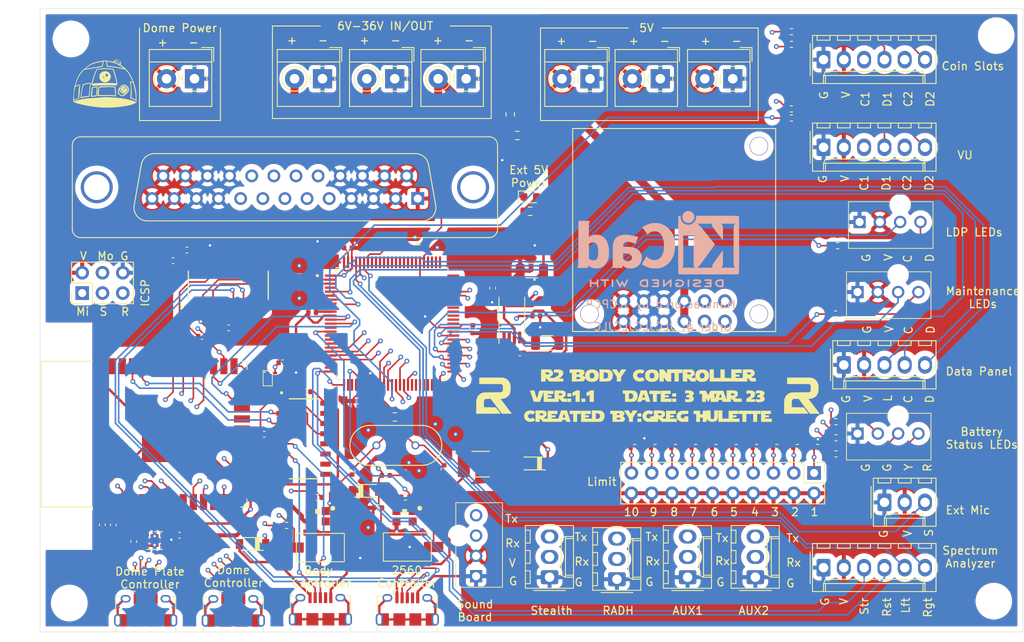
<source format=kicad_pcb>
(kicad_pcb (version 20211014) (generator pcbnew)
  (title_block (title "R2D2 LED Controller") (date "2022-01-26") (rev "1.0") (comment 1 "Created by Greg Hulette"))
  (layers (0 "F.Cu" signal) (1 "In1.Cu" signal) (2 "In2.Cu" signal) (31 "B.Cu" signal) (34 "B.Paste" user) (35 "F.Paste" user) (36 "B.SilkS" user "B.Silkscreen") (37 "F.SilkS" user "F.Silkscreen") (38 "B.Mask" user) (39 "F.Mask" user) (44 "Edge.Cuts" user))
  (net 0 "")
  (net 1 "+12V")
  (net 2 "GND")
  (net 3 "+5V")
  (net 4 "MAINT_CLOCK")
  (net 5 "LDP_CLOCK")
  (net 6 "VU1_CLOCK")
  (net 7 "VU2_CLOCK")
  (net 8 "CS2_CLOCK")
  (net 9 "CS1_CLOCK")
  (net 10 "DP_DATA_IN")
  (net 11 "DP_CLOCK")
  (net 12 "DP_LOAD")
  (net 13 "SPECTRUM_RIGHT")
  (net 14 "SPECTRUM_LEFT")
  (net 15 "VU_RESET")
  (net 16 "VU_STROBE")
  (net 17 "BATTERY_LEVEL")
  (net 18 "LDP_DATA")
  (net 19 "CS1_DATA")
  (net 20 "CS2_DATA")
  (net 21 "MAINT_DATA")
  (net 22 "VU1_DATA")
  (net 23 "VU2_DATA")
  (net 24 "Net-(C13-Pad1)")
  (net 25 "Net-(C14-Pad1)")
  (net 26 "Net-(D2-PadA)")
  (net 27 "Net-(D3-PadA)")
  (net 28 "Net-(J27-Pad4)")
  (net 29 "VBUS_DC")
  (net 30 "D-_DC")
  (net 31 "D+_DC")
  (net 32 "Net-(J27-Pad6)")
  (net 34 "TX_AUX1")
  (net 35 "RX_AUX1")
  (net 36 "GND_DC")
  (net 37 "Net-(F1-Pad1)")
  (net 38 "LIMIT7")
  (net 39 "LIMIT8")
  (net 40 "LIMIT9")
  (net 41 "LIMIT10")
  (net 42 "Net-(J6-Pad2)")
  (net 43 "Net-(J6-Pad3)")
  (net 44 "Net-(J6-Pad4)")
  (net 45 "+5V_IC")
  (net 46 "RESET_ESP")
  (net 48 "unconnected-(J10-Pad6)")
  (net 49 "EXT_MIC")
  (net 50 "+3V3")
  (net 51 "VBUS")
  (net 53 "unconnected-(J11-Pad6)")
  (net 54 "unconnected-(J14-Pad6)")
  (net 55 "VBUS_DP")
  (net 56 "LIMIT1")
  (net 57 "LIMIT2")
  (net 58 "LIMIT3")
  (net 59 "LIMIT4")
  (net 60 "LIMIT5")
  (net 61 "LIMIT6")
  (net 62 "D-_DP")
  (net 63 "D+_DP")
  (net 64 "RX_MP")
  (net 65 "RX_ST")
  (net 66 "TX_MP")
  (net 67 "TX_ST")
  (net 69 "GND_DP")
  (net 70 "unconnected-(J15-Pad6)")
  (net 71 "YELLOW_LED")
  (net 72 "XTAL1")
  (net 73 "TX_AUX2")
  (net 74 "Net-(R3-Pad1)")
  (net 75 "GREEN_LED")
  (net 76 "RED_LED")
  (net 77 "RX_AUX2")
  (net 78 "SW_BATT_IN_POS")
  (net 83 "RESET_2560")
  (net 92 "XTAL2")
  (net 131 "Net-(J4-Pad4)")
  (net 132 "Net-(J5-Pad4)")
  (net 133 "Net-(J5-Pad6)")
  (net 136 "Net-(J9-Pad4)")
  (net 144 "Net-(D1-Pad2)")
  (net 155 "D-_2560")
  (net 158 "unconnected-(J22-Pad0)")
  (net 163 "D+_2560")
  (net 164 "D-_ESP")
  (net 168 "Net-(L2-Pad3)")
  (net 169 "Net-(L3-Pad3)")
  (net 170 "RX_RD")
  (net 171 "TX_RD")
  (net 179 "D+_ESP")
  (net 180 "ST_LED_D_2560")
  (net 181 "ST_LED_D_ESP")
  (net 182 "RXD0_2560")
  (net 183 "TXD0_2560")
  (net 184 "RX_2560")
  (net 185 "TX_2560")
  (net 187 "GPIO0_ESP")
  (net 188 "RXD0_ESP")
  (net 189 "TXD0_ESP")
  (net 190 "DTR_ESP")
  (net 191 "RTS_ESP")
  (footprint "Connector_Molex:Molex_KK-254_AE-6410-03A_1x03_P2.54mm_Vertical" (layer "F.Cu") (at 156.038 113.146 90)
    (fp_text reference "J24")
    (fp_text value "AUX1" hide)
  )
  (footprint "Capacitor_SMD:C_0402_1005Metric" (layer "F.Cu") (at 103.064 95.268 180)
    (fp_text reference "C11")
    (fp_text value ".1uF" hide)
  )
  (footprint "Connector_USB:USB_Micro-B_Amphenol_10118194_Horizontal" (layer "F.Cu") (at 88.216 117.242)
    (fp_text reference "J15")
    (fp_text value "Dome Plate Controller USB" hide)
  )
  (footprint "Logos:R2_Logo_V2" (layer "F.Cu") (at 170.33 90.778352)
    (fp_text reference "G***")
    (fp_text value "LOGO" hide)
  )
  (footprint "TerminalBlock_4Ucon:TerminalBlock_4Ucon_1x02_P3.50mm_Horizontal" (layer "F.Cu") (at 152.618 50.77 180)
    (fp_text reference "J19")
    (fp_text value "5V_OUT_3" hide)
  )
  (footprint "MountingHole:MountingHole_3.2mm_M3" (layer "F.Cu") (at 78.66 116.38)
    (fp_text reference "REF**")
    (fp_text value "MountingHole_3.2mm_M3" hide)
  )
  (footprint "Resistor_SMD:R_0603_1608Metric" (layer "F.Cu") (at 119.404 93.092 180)
    (fp_text reference "R1")
    (fp_text value "1M" hide)
  )
  (footprint "Resistor_SMD:R_0402_1005Metric" (layer "F.Cu") (at 154.503554 96.906)
    (fp_text reference "R25")
    (fp_text value "10K" hide)
  )
  (footprint "Package_SO:TSSOP-8_4.4x3mm_P0.65mm" (layer "F.Cu") (at 134.04 80.286 90)
    (fp_text reference "U3")
    (fp_text value "TPS2115APW" hide)
  )
  (footprint "Resistor_SMD:R_0402_1005Metric" (layer "F.Cu") (at 159.591108 96.906)
    (fp_text reference "R23")
    (fp_text value "10K" hide)
  )
  (footprint "Capacitor_SMD:C_0402_1005Metric" (layer "F.Cu") (at 125.554 99.626 -90)
    (fp_text reference "C2")
    (fp_text value "20pF" hide)
  )
  (footprint "Logos:Dome_Icon" (layer "F.Cu") (at 83.12 51.38)
    (fp_text reference "G***")
    (fp_text value "LOGO" hide)
  )
  (footprint "TerminalBlock_4Ucon:TerminalBlock_4Ucon_1x02_P3.50mm_Horizontal" (layer "F.Cu") (at 110.348 50.77 180)
    (fp_text reference "J12")
    (fp_text value "UnSW_BATT_IN" hide)
  )
  (footprint "Resistor_SMD:R_0402_1005Metric" (layer "F.Cu") (at 149.416 96.906)
    (fp_text reference "R28")
    (fp_text value "10K" hide)
  )
  (footprint "Resistor_SMD:R_0402_1005Metric" (layer "F.Cu") (at 172.31 96.906)
    (fp_text reference "R29")
    (fp_text value "10K" hide)
  )
  (footprint "Resistor_SMD:R_0402_1005Metric" (layer "F.Cu") (at 167.222439 96.906)
    (fp_text reference "R16")
    (fp_text value "10K" hide)
  )
  (footprint "TerminalBlock_4Ucon:TerminalBlock_4Ucon_1x02_P3.50mm_Horizontal" (layer "F.Cu") (at 119.388 50.77 180)
    (fp_text reference "J23")
    (fp_text value "Amplifier_POW" hide)
  )
  (footprint "Resistor_SMD:R_0402_1005Metric" (layer "F.Cu") (at 151.959777 96.906)
    (fp_text reference "R27")
    (fp_text value "10K" hide)
  )
  (footprint "Resistor_SMD:R_0402_1005Metric" (layer "F.Cu") (at 117.288 104.462)
    (fp_text reference "R17")
    (fp_text value "10K" hide)
  )
  (footprint "Capacitor_SMD:C_0402_1005Metric" (layer "F.Cu") (at 93.38 72.216)
    (fp_text reference "C4")
    (fp_text value ".1uF" hide)
  )
  (footprint "Resistor_SMD:R_0402_1005Metric" (layer "F.Cu") (at 169.026 55.688)
    (fp_text reference "R10")
    (fp_text value "220" hide)
  )
  (footprint "Custom:SOD3716X135N" (layer "F.Cu") (at 101.6005 108.9845 180)
    (fp_text reference "D2")
    (fp_text value "B5819W-TP" hide)
  )
  (footprint "Resistor_SMD:R_0402_1005Metric" (layer "F.Cu") (at 164.678662 96.906)
    (fp_text reference "R21")
    (fp_text value "10K" hide)
  )
  (footprint "Connector_Molex:Molex_KK-254_AE-6410-06A_1x06_P2.54mm_Vertical" (layer "F.Cu") (at 173.044 48.378)
    (fp_text reference "J5")
    (fp_text value "Coin Slots" hide)
  )
  (footprint "Resistor_SMD:R_0603_1608Metric" (layer "F.Cu") (at 136.34 67.356 180)
    (fp_text reference "R2")
    (fp_text value "200" hide)
  )
  (footprint "Capacitor_SMD:C_0402_1005Metric" (layer "F.Cu") (at 84.17 106.606 -90)
    (fp_text reference "C6")
    (fp_text value ".1uF" hide)
  )
  (footprint "Custom:UMT6" (layer "F.Cu") (at 103.493 88.2458)
    (fp_text reference "U6")
    (fp_text value "UMH3N" hide)
  )
  (footprint "Custom:SOD3716X135N" (layer "F.Cu") (at 136.9065 98.9105 180)
    (fp_text reference "D3")
    (fp_text value "B5819W-TP" hide)
  )
  (footprint "Custom:SOD3716X135N" (layer "F.Cu") (at 115.7485 102.3445)
    (fp_text reference "D4")
    (fp_text value "B5819W-TP" hide)
  )
  (footprint "Resistor_SMD:R_0402_1005Metric" (layer "F.Cu") (at 169.026 54.55)
    (fp_text reference "R11")
    (fp_text value "220" hide)
  )
  (footprint "Resistor_SMD:R_0603_1608Metric" (layer "F.Cu") (at 134.726 57.868)
    (fp_text reference "R19")
    (fp_text value "22K" hide)
  )
  (footprint "Custom:SOIC127P600X180-16N" (layer "F.Cu") (at 107.975 95.822)
    (fp_text reference "U5")
    (fp_text value "CH340C" hide)
  )
  (footprint "Resistor_SMD:R_1206_3216Metric" (layer "F.Cu") (at 138.47 83.83)
    (fp_text reference "R3")
    (fp_text value "400" hide)
  )
  (footprint "Resistor_SMD:R_0402_1005Metric" (layer "F.Cu") (at 169.766216 96.906)
    (fp_text reference "R15")
    (fp_text value "10K" hide)
  )
  (footprint "Capacitor_SMD:C_0402_1005Metric" (layer "F.Cu") (at 135.036 85.072)
    (fp_text reference "C7")
    (fp_text value ".1uF" hide)
  )
  (footprint "Connector_Molex:Molex_KK-254_AE-6410-06A_1x06_P2.54mm_Vertical" (layer "F.Cu") (at 173.044 111.952)
    (fp_text reference "J8")
    (fp_text value "Spectrum Analyzer" hide)
  )
  (footprint "TerminalBlock_4Ucon:TerminalBlock_4Ucon_1x02_P3.50mm_Horizontal" (layer "F.Cu") (at 143.816 50.77 180)
    (fp_text reference "J18")
    (fp_text value "RASP_POW" hide)
  )
  (footprint "Connector_USB:USB_Micro-B_Amphenol_10118194_Horizontal" (layer "F.Cu") (at 110.0825 117.11)
    (fp_text reference "J11")
    (fp_text value "ESP USB" hide)
  )
  (footprint "Resistor_SMD:R_0603_1608Metric" (layer "F.Cu") (at 133.84 55.222 -90)
    (fp_text reference "R18")
    (fp_text value "57K" hide)
  )
  (footprint "Connector_Molex:Molex_KK-254_AE-6410-06A_1x06_P2.54mm_Vertical" (layer "F.Cu") (at 173.044 59.344571)
    (fp_text reference "J27")
    (fp_text value "Vu Data Panel" hide)
  )
  (footprint "Custom:WS2812B-2020" (layer "F.Cu") (at 109.74 105.515)
    (fp_text reference "L2")
    (fp_text value "WS2812B-2020" hide)
  )
  (footprint "Capacitor_SMD:C_0402_1005Metric" (layer "F.Cu") (at 105.338 86.312)
    (fp_text reference "C5")
    (fp_text value ".1uF" hide)
  )
  (footprint "RF_Module:ESP32-WROOM-32" (layer "F.Cu") (at 91.014 95.242 90)
    (fp_text reference "U4")
    (fp_text value "ESP32-WROOM-32D_16MB_" hide)
  )
  (footprint "Connector_Molex:Molex_KK-254_AE-6410-03A_1x03_P2.54mm_Vertical" (layer "F.Cu") (at 138.764 113.146 90)
    (fp_text reference "J25")
    (fp_text value "Stealth" hide)
  )
  (footprint "Capacitor_SMD:C_0402_1005Metric" (layer "F.Cu") (at 109.054 80.034 180)
    (fp_text reference "C20")
    (fp_text value ".1uF" hide)
  )
  (footprint "Capacitor_SMD:C_0402_1005Metric" (layer "F.Cu") (at 98.598 81.94)
    (fp_text reference "C14")
    (fp_text value ".1uF" hide)
  )
  (footprint "Capacitor_SMD:C_0402_1005Metric" (layer "F.Cu") (at 95.272 83.002)
    (fp_text reference "C13")
    (fp_text value ".1uF" hide)
  )
  (footprint "Custom:FUSM4632X85" (layer "F.Cu") (at 130.1305 98.9965)
    (fp_text reference "F1")
    (fp_text value "MF-MSMF050-2" hide)
  )
  (footprint "Connector_USB:USB_Micro-B_Amphenol_10118194_Horizontal" (layer "F.Cu") (at 120.9605 117.134)
    (fp_text reference "J10")
    (fp_text value "2560 USB" hide)
  )
  (footprint "MountingHole:MountingHole_3.2mm_M3" (layer "F.Cu") (at 194.36 116.14)
    (fp_text reference "REF**")
    (fp_text value "MountingHole_3.2mm_M3" hide)
  )
  (footprint "Connector_USB:USB_Micro-B_Amphenol_10118194_Horizontal" (layer "F.Cu") (at 99.184 117.268)
    (fp_text reference "J14")
    (fp_text value "Dome Controller USB" hide)
  )
  (footprint "Custom:SOIC127P600X180-16N" (layer "F.Cu") (at 98.557 76.616 90)
    (fp_text reference "U2")
    (fp_text value "CH340C" hide)
  )
  (footprint "Resistor_SMD:R_0402_1005Metric" (layer "F.Cu") (at 162.134885 96.906)
    (fp_text reference "R22")
    (fp_text value "10K" hide)
  )
  (footprint "Connector_PinHeader_2.54mm:PinHeader_2x10_P2.54mm_Vertical" (layer "F.Cu") (at 171.864 100.098 -90)
    (fp_text reference "J3")
    (fp_text value "Conn_02x10_Odd_Even" hide)
  )
  (footprint "Capacitor_SMD:C_0402_1005Metric" (layer "F.Cu") (at 82.794 106.584 -90)
    (fp_text reference "C12")
    (fp_text value "10uF" hide)
  )
  (footprint "Capacitor_SMD:C_0402_1005Metric" (layer "F.Cu") (at 137.106 80.462)
    (fp_text reference "C8")
    (fp_text value ".1uF" hide)
  )
  (footprint "TerminalBlock_4Ucon:TerminalBlock_4Ucon_1x02_P3.50mm_Horizontal" (layer "F.Cu") (at 94.33 50.77 180)
    (fp_text reference "J21")
    (fp_text value "Dome Electronics Power In" hide)
  )
  (footprint "Resistor_SMD:R_0402_1005Metric" (layer "F.Cu") (at 174.806 71.654 180)
    (fp_text reference "R6")
    (fp_text value "220" hide)
  )
  (footprint "Capacitor_SMD:C_0402_1005Metric" (layer "F.Cu") (at 131.648 76.962 -90)
    (fp_text reference "C9")
    (fp_text value "10uF" hide)
  )
  (footprint "Capacitor_SMD:C_0402_1005Metric" (layer "F.Cu") (at 114.714 91.096)
    (fp_text reference "C21")
    (fp_text value ".1uF" hide)
  )
  (footprint "TerminalBlock_4Ucon:TerminalBlock_4Ucon_1x02_P3.50mm_Horizontal" (layer "F.Cu") (at 161.69 50.77 180)
    (fp_text reference "J17")
    (fp_text value "RADH_POW" hide)
  )
  (footprint "Pololu:D36V50F5-STEPDOWN" (layer "F.Cu") (at 154.355 69.699)
    (fp_text reference "U14")
    (fp_text value "D36V50F5-STEPDOWN" hide)
  )
  (footprint "Capacitor_SMD:C_0402_1005Metric" (layer "F.Cu") (at 86.72 108.686 -90)
    (fp_text reference "C18")
    (fp_text value "1uF" hide)
  )
  (footprint "Capacitor_SMD:C_0402_1005Metric" (layer "F.Cu") (at 114.046 99.822 -90)
    (fp_text reference "C1")
    (fp_text value "20pF" hide)
  )
  (footprint "Connector_Molex:Molex_KK-254_AE-6410-03A_1x03_P2.54mm_Vertical" (layer "F.Cu") (at 147.192 113.4 90)
    (fp_text reference "J26")
    (fp_text value "RADH" hide)
  )
  (footprint "Connector_Molex:Molex_KK-254_AE-6410-03A_1x03_P2.54mm_Vertical" (layer "F.Cu") (at 180.664 103.779426)
    (fp_text reference "J1")
    (fp_text value "Ext Mic" hide)
  )
  (footprint "Custom:470531000" (layer "F.Cu") (at 177.299 95.169855 180)
    (fp_text reference "J6")
    (fp_text value "CBI Batt LEDS" hide)
  )
  (footprint "LED_SMD:LED_0603_1608Metric" (layer "F.Cu") (at 136.34 65.552)
    (fp_text reference "D1")
    (fp_text value "LED" hide)
  )
  (footprint "Capacitor_SMD:C_0402_1005Metric" (layer "F.Cu") (at 91.64 73.542)
    (fp_text reference "C3")
    (fp_text value "10uF" hide)
  )
  (footprint "Custom:WS2812B-2020" (layer "F.Cu") (at 120.618 105.515)
    (fp_text reference "L3")
    (fp_text value "WS2812B-2020" hide)
  )
  (footprint "Connector_Molex:Molex_KK-254_AE-6410-03A_1x03_P2.54mm_Vertical" (layer "F.Cu") (at 164.514 113.146 90)
    (fp_text reference "J37")
    (fp_text value "AUX2" hide)
  )
  (footprint "Resistor_SMD:R_0402_1005Metric" (layer "F.Cu") (at 105.852 106.666)
    (fp_text reference "R20")
    (fp_text value "10K" hide)
  )
  (footprint "Custom:XTAL_HC49P488W46L1150T500H350" (layer "F.Cu") (at 119.528 96.648)
    (fp_text reference "Y1")
    (fp_text value "16MHz" hide)
  )
  (footprint "Resistor_SMD:R_0402_1005Metric" (layer "F.Cu") (at 169.026 44.878 180)
    (fp_text reference "R9")
    (fp_text value "220" hide)
  )
  (footprint "Resistor_SMD:R_0402_1005Metric" (layer "F.Cu") (at 174.584 93.688 180)
    (fp_text reference "R12")
    (fp_text value "220" hide)
  )
  (footprint "Custom:GT-TC057A-H050-L1" (layer "F.Cu") (at 110.0825 109.436)
    (fp_text reference "SW2")
    (fp_text value "SW_Push" hide)
  )
  (footprint "Capacitor_SMD:C_0402_1005Metric" (layer "F.Cu") (at 113.538 71.944 180)
    (fp_text reference "C15")
    (fp_text value ".1uF" hide)
  )
  (footprint "MountingHole:MountingHole_3.2mm_M3" (layer "F.Cu") (at 78.87 45.79)
    (fp_text reference "REF**")
    (fp_text value "MountingHole_3.2mm_M3" hide)
  )
  (footprint "Resistor_SMD:R_0402_1005Metric" (layer "F.Cu") (at 174.584 97.71 180)
    (fp_text reference "R14")
    (fp_text value "220" hide)
  )
  (footprint "Resistor_SMD:R_0402_1005Metric" (layer "F.Cu") (at 120.716 103.116)
    (fp_text reference "R26")
    (fp_text value "220" hide)
  )
  (footprint "Custom:470531000" (layer "F.Cu") (at 129.567 113.013 -90)
    (fp_text reference "J13")
    (fp_text value "Sound Board" hide)
  )
  (footprint "Custom:GT-TC057A-H050-L1" (layer "F.Cu") (at 120.9605 109.364)
    (fp_text reference "SW1")
    (fp_text value "2560 Reset" hide)
  )
  (footprint "Custom:QFP50P1600X1600X120-100N" (layer "F.Cu") (at 119.045 81.411)
    (fp_text reference "U1")
    (fp_text value "ATMEGA256016AU" hide)
  )
  (footprint "Custom:470531000" (layer "F.Cu") (at 177.299 77.464713 180)
    (fp_text reference "J9")
    (fp_text value "Maintenance" hide)
  )
  (footprint "Resistor_SMD:R_0402_1005Metric" (layer "F.Cu") (at 109.72 103.158)
    (fp_text reference "R5")
    (fp_text value "220" hide)
  )
  (footprint "Custom:470531000" (layer "F.Cu") (at 177.553 68.694142 180)
    (fp_text reference "J4")
    (fp_text value "LDP" hide)
  )
  (footprint "MountingHole:MountingHole_3.2mm_M3" (layer "F.Cu") (at 194.66 45.37)
    (fp_text reference "REF**")
    (fp_text value "MountingHole_3.2mm_M3" hide)
  )
  (footprint "TerminalBlock_4Ucon:TerminalBlock_4Ucon_1x02_P3.50mm_Horizontal" (layer "F.Cu") (at 128.32 50.77 180)
    (fp_text reference "J16")
    (fp_text value "UnSW_BATT_PASS" hide)
  )
  (footprint "Resistor_SMD:R_1206_3216Metric" (layer "F.Cu") (at 136.542 74.78)
    (fp_text reference "R4")
    (fp_text value "400" hide)
  )
  (footprint "Connector_PinHeader_2.54mm:PinHeader_2x03_P2.54mm_Vertical" (layer "F.Cu") (at 80.276 77.588 90)
    (fp_text reference "J20")
    (fp_text value "ICSP" hide)
  )
  (footprint "Resistor_SMD:R_0402_1005Metric" (layer "F.Cu") (at 169.026 46.46 180)
    (fp_text reference "R8")
    (fp_text value "220" hide)
  )
  (footprint "Capacitor_SMD:C_0402_1005Metric" (layer "F.Cu") (at 129.15 82.108 90)
    (fp_text reference "C16")
    (fp_text value ".1uF" hide)
  )
  (footprint "Logos:R2_Logo_V2" (layer "F.Cu") (at 131.801044 90.778352)
    (fp_text reference "G***")
    (fp_text value "LOGO" hide)
  )
  (footprint "Connector_Dsub:DSUB-25_Male_Vertical_P2.77x2.84mm_MountingHoles" (layer "F.Cu") (at 122.266 65.763338 180)
    (fp_text reference "J22")
    (fp_text value "DB25_Male_MountingHoles" hide)
  )
  (footprint "Logos:BodyControllerv1.1" (layer "F.Cu") (at 151.075036 90.424)
    (fp_text reference "G***")
    (fp_text value "LOGO" hide)
  )
  (footprint "Connector_Molex:Molex_KK-254_AE-6410-05A_1x05_P2.54mm_Vertical" (layer "F.Cu") (at 175.584 86.582284)
    (fp_text reference "J7")
    (fp_text value "Data Panel/ CBI" hide)
  )
  (footprint "Capacitor_SMD:C_0402_1005Metric" (layer "F.Cu") (at 92.458 107.9)
    (fp_text reference "C17")
    (fp_text value "1uF" hide)
  )
  (footprint "Resistor_SMD:R_0402_1005Metric" (layer "F.Cu") (at 174.564 80.214)
    (fp_text reference "R7")
    (fp_text value "220" hide)
  )
  (footprint "Package_SON:WSON-6-1EP_2x2mm_P0.65mm_EP1x1.6mm_ThermalVias" (layer "F.Cu") (at 89.338 108.558)
    (fp_text reference "U7")
    (fp_text value "LP5912-3.3DRV" hide)
  )
  (footprint "Resistor_SMD:R_0402_1005Metric" (layer "F.Cu") (at 174.584 95.699 180)
    (fp_text reference "R13")
    (fp_text value "220" hide)
  )
  (footprint "Capacitor_SMD:C_0402_1005Metric" (layer "F.Cu") (at 118.272 100.402)
    (fp_text reference "C19")
    (fp_text value ".1uF" hide)
  )
  (footprint "Resistor_SMD:R_0402_1005Metric" (layer "F.Cu") (at 157.047331 96.906)
    (fp_text reference "R24")
    (fp_text value "10K" hide)
  )
  (footprint "Capacitor_SMD:C_0402_1005Metric" (layer "F.Cu") (at 108.354 89.932 180)
    (fp_text reference "C10")
    (fp_text value "10uF" hide)
  )
  (footprint "Symbol:KiCad-Logo2_8mm_SilkScreen" (layer "B.Cu") (at 152.35 71.26 180)
    (fp_text reference "REF**")
    (fp_text value "KiCad-Logo2_8mm_SilkScreen" hide)
  )
  (gr_line (start 87.45 56) (end 87.45 44.42) (layer "F.SilkS") (width 0.12))
  (gr_line (start 97.57 56) (end 97.57 44.42) (layer "F.SilkS") (width 0.12))
  (gr_line (start 152.87 44.42) (end 164.87 44.42) (layer "F.SilkS") (width 0.12))
  (gr_line (start 104.08 44.166) (end 110.08 44.166) (layer "F.SilkS") (width 0.12))
  (gr_line (start 126.33 44.166) (end 131.33 44.166) (layer "F.SilkS") (width 0.12))
  (gr_line (start 87.45 56) (end 97.57 56) (layer "F.SilkS") (width 0.12))
  (gr_line (start 164.87 56) (end 164.87 44.4) (layer "F.SilkS") (width 0.12))
  (gr_line (start 104.08 55.706) (end 104.08 44.166) (layer "F.SilkS") (width 0.12))
  (gr_line (start 131.46 55.746) (end 131.46 44.166) (layer "F.SilkS") (width 0.12))
  (gr_line (start 137.62 56) (end 164.87 56) (layer "F.SilkS") (width 0.12))
  (gr_line (start 137.63 56) (end 137.62 44.42) (layer "F.SilkS") (width 0.12))
  (gr_line (start 104.08 55.746) (end 131.46 55.746) (layer "F.SilkS") (width 0.12))
  (gr_line (start 137.62 44.42) (end 148.62 44.42) (layer "F.SilkS") (width 0.12))
  (gr_line (start 75 120) (end 198 120) (layer "Edge.Cuts") (width 0.05))
  (gr_line (start 198 120) (end 198 42) (layer "Edge.Cuts") (width 0.05))
  (gr_line (start 198 42) (end 75 42) (layer "Edge.Cuts") (width 0.05))
  (gr_line (start 75 42) (end 75 120) (layer "Edge.Cuts") (width 0.05))
  (gr_text "Order #: JLCJLCJLCJLC" (at 152.908 81.788) (layer "B.SilkS") (effects (font (size 1 1)) (justify mirror)))
  (gr_text "Manufactured by JLCPCB" (at 152.654 78.994) (layer "B.SilkS") (effects (font (size 1 1)) (justify mirror)))
  (gr_text "C2" (at 183.51 63.804191 90) (layer "F.SilkS") (effects (font (size 1 1))))
  (gr_text "5" (at 161.83 104.99) (layer "F.SilkS") (effects (font (size 1 1))))
  (gr_text "Mi" (at 80.34 79.916) (layer "F.SilkS") (effects (font (size 1 1))))
  (gr_text "4" (at 164.46 104.99) (layer "F.SilkS") (effects (font (size 1 1))))
  (gr_text "+" (at 115.61 45.956) (layer "F.SilkS") (effects (font (size 1 1))))
  (gr_text "Rgt" (at 186.1 116.941904 90) (layer "F.SilkS") (effects (font (size 1 1))))
  (gr_text "Sound\nBoard" (at 129.43 117.33) (layer "F.SilkS") (effects (font (size 1 1))))
  (gr_text "6V-36V IN/OUT" (at 118.19 44.166) (layer "F.SilkS") (effects (font (size 1 1))))
  (gr_text "Str" (at 178.15 116.775238 90) (layer "F.SilkS") (effects (font (size 1 1))))
  (gr_text "Body \nController" (at 110.23 113.1) (layer "F.SilkS") (effects (font (size 1 1))))
  (gr_text "C1" (at 178.27 53.314 90) (layer "F.SilkS") (effects (font (size 1 1))))
  (gr_text "D1" (at 181.03 53.314 90) (layer "F.SilkS") (effects (font (size 1 1))))
  (gr_text "G" (at 160.144286 113.77) (layer "F.SilkS") (effects (font (size 1 1))))
  (gr_text "R" (at 85.65 79.936) (layer "F.SilkS") (effects (font (size 1 1))))
  (gr_text "10" (at 149.02 104.99) (layer "F.SilkS") (effects (font (size 1 1))))
  (gr_text "Rx" (at 169.299048 111.32) (layer "F.SilkS") (effects (font (size 1 1))))
  (gr_text "Maintenance\nLEDs" (at 192.988095 78.15) (layer "F.SilkS") (effects (font (size 1 1))))
  (gr_text "-" (at 119.5 45.956) (layer "F.SilkS") (effects (font (size 1 1))))
  (gr_text "Ext 5V\nPower" (at 136.144 62.992) (layer "F.SilkS") (effects (font (size 1 1))))
  (gr_text "G" (at 85.55 72.964) (layer "F.SilkS") (effects (font (size 1 1))))
  (gr_text "Tx" (at 142.68 108.13) (layer "F.SilkS") (effects (font (size 1 1))))
  (gr_text "Tx" (at 169.18 108.26) (layer "F.SilkS") (effects (font (size 1 1))))
  (gr_text "S" (at 82.94 79.926) (layer "F.SilkS") (effects (font (size 1 1))))
  (gr_text "7" (at 156.73 104.99) (layer "F.SilkS") (effects (font (size 1 1))))
  (gr_text "S" (at 186.22 107.59 90) (layer "F.SilkS") (effects (font (size 1 1))))
  (gr_text "L" (at 181.09 90.764762 90) (layer "F.SilkS") (effects (font (size 1 1))))
  (gr_text "D2" (at 186.27 63.804191 90) (layer "F.SilkS") (effects (font (size 1 1))))
  (gr_text "-" (at 110.41 45.956) (layer "F.SilkS") (effects (font (size 1 1))))
  (gr_text "-" (at 144.14 46.02) (layer "F.SilkS") (effects (font (size 1 1))))
  (gr_text "V" (at 181.16 73.118572 90) (layer "F.SilkS") (effects (font (size 1 1))))
  (gr_text "C" (at 183.65 90.86 90) (layer "F.SilkS") (effects (font (size 1 1))))
  (gr_text "C1" (at 178.14 63.804191 90) (layer "F.SilkS") (effects (font (size 1 1))))
  (gr_text "G" (at 173.22 116.203809 90) (layer "F.SilkS") (effects (font (size 1 1))))
  (gr_text "Coin Slots" (at 191.742 49.19) (layer "F.SilkS") (effects (font (size 1 1))))
  (gr_text "G" (at 168.894286 113.91) (layer "F.SilkS") (effects (font (size 1 1))))
  (gr_text "+" (at 124.79 45.956) (layer "F.SilkS") (effects (font (size 1 1))))
  (gr_text "-" (at 153.19 46.02) (layer "F.SilkS") (effects (font (size 1 1))))
  (gr_text "V" (at 183.57 107.68 90) (layer "F.SilkS") (effects (font (size 1 1))))
  (gr_text "G" (at 175.87 90.86 90) (layer "F.SilkS") (effects (font (size 1 1))))
  (gr_text "Y" (at 183.69 99.368572 90) (layer "F.SilkS") (effects (font (size 1 1))))
  (gr_text "5V" (at 150.9 44.42) (layer "F.SilkS") (effects (font (size 1 1))))
  (gr_text "Rx" (at 160.399048 111.13) (layer "F.SilkS") (effects (font (size 1 1))))
  (gr_text "Rst" (at 180.99 116.894285 90) (layer "F.SilkS") (effects (font (size 1 1))))
  (gr_text "8" (at 154.36 104.99) (layer "F.SilkS") (effects (font (size 1 1))))
  (gr_text "3" (at 166.97 104.99) (layer "F.SilkS") (effects (font (size 1 1))))
  (gr_text "G" (at 134.194286 113.65) (layer "F.SilkS") (effects (font (size 1 1))))
  (gr_text "G" (at 151.254286 113.74) (layer "F.SilkS") (effects (font (size 1 1))))
  (gr_text "V" (at 175.85 52.766381 90) (layer "F.SilkS") (effects (font (size 1 1))))
  (gr_text "R" (at 186.06 99.44 90) (layer "F.SilkS") (effects (font (size 1 1))))
  (gr_text "Battery\nStatus LEDs" (at 192.845238 95.74) (layer "F.SilkS") (effects (font (size 1 1))))
  (gr_text "2560\nController" (at 120.9 113.1) (layer "F.SilkS") (effects (font (size 1 1))))
  (gr_text "2" (at 169.47 104.99) (layer "F.SilkS") (effects (font (size 1 1))))
  (gr_text "V" (at 134.1 111.37) (layer "F.SilkS") (effects (font (size 1 1))))
  (gr_text "-" (at 128.68 45.956) (layer "F.SilkS") (effects (font (size 1 1))))
  (gr_text "1" (at 171.92 104.99) (layer "F.SilkS") (effects (font (size 1 1))))
  (gr_text "Rx" (at 142.799048 111.19) (layer "F.SilkS") (effects (font (size 1 1))))
  (gr_text "D" (at 186.44 82.168572 90) (layer "F.SilkS") (effects (font (size 1 1))))
  (gr_text "Tx" (at 134.01 105.84) (layer "F.SilkS") (effects (font (size 1 1))))
  (gr_text "C" (at 183.68 82.24 90) (layer "F.SilkS") (effects (font (size 1 1))))
  (gr_text "+" (at 90.34 46.21) (layer "F.SilkS") (effects (font (size 1 1))))
  (gr_text "G" (at 180.57 107.73 90) (layer "F.SilkS") (effects (font (size 1 1))))
  (gr_text "G" (at 178.4 73.19 90) (layer "F.SilkS") (effects (font (size 1 1))))
  (gr_text "-" (at 94.23 46.21) (layer "F.SilkS") (effects (font (size 1 1))))
  (gr_text "Tx" (at 160.35 108.24) (layer "F.SilkS") (effects (font (size 1 1))))
  (gr_text "Limit" (at 145.3 101.2) (layer "F.SilkS") (effects (font (size 1 1))))
  (gr_text "Lft" (at 183.33 116.68 90) (layer "F.SilkS") (effects (font (size 1 1))))
  (gr_text "Dome Power" (at 92.49 44.42) (layer "F.SilkS") (effects (font (size 1 1))))
  (gr_text "+" (at 106.52 45.956) (layer "F.SilkS") (effects (font (size 1 1))))
  (gr_text "Rx" (at 151.659048 111.15) (layer "F.SilkS") (effects (font (size 1 1))))
  (gr_text "+" (at 149.3 46.02) (layer "F.SilkS") (effects (font (size 1 1))))
  (gr_text "C" (at 183.58 73.27 90) (layer "F.SilkS") (effects (font (size 1 1))))
  (gr_text "AUX2" (at 164.318 117.33) (layer "F.SilkS") (effects (font (size 1 1))))
  (gr_text "D2" (at 186.4 53.314 90) (layer "F.SilkS") (effects (font (size 1 1))))
  (gr_text "-" (at 162.18 46.02) (layer "F.SilkS") (effects (font (size 1 1))))
  (gr_text "9" (at 151.76 104.99) (layer "F.SilkS") (effects (font (size 1 1))))
  (gr_text "V" (at 178.63 90.788572 90) (layer "F.SilkS") (effects (font (size 1 1))))
  (gr_text "RADH" (at 147.344 117.33) (layer "F.SilkS") (effects (font (size 1 1))))
  (gr_text "G" (at 173.09 52.837809 90) (layer "F.SilkS") (effects (font (size 1 1))))
  (gr_text "6" (at 159.4 104.99) (layer "F.SilkS") (effects (font (size 1 1))))
  (gr_text "V" (at 175.72 63.256572 90) (layer "F.SilkS") (effects (font (size 1 1))))
  (gr_text "G" (at 142.394286 113.78) (layer "F.SilkS") (effects (font (size 1 1))))
  (gr_text "Tx" (at 151.54 108.09) (layer "F.SilkS") (effects (font (size 1 1))))
  (gr_text "AUX1" (at 156.056 117.33) (layer "F.SilkS") (effects (font (size 1 1))))
  (gr_text "Spectrum\nAnalyzer" (at 191.417619 110.61) (layer "F.SilkS") (effects (font (size 1 1))))
  (gr_text "D1" (at 180.9 63.804191 90) (layer "F.SilkS") (effects (font (size 1 1))))
  (gr_text "C2" (at 183.64 53.314 90) (layer "F.SilkS") (effects (font (size 1 1))))
  (gr_text "Dome\nController" (at 99.21 113.05) (layer "F.SilkS") (effects (font (size 1 1))))
  (gr_text "LDP LEDs" (at 191.892857 69.98) (layer "F.SilkS") (effects (font (size 1 1))))
  (gr_text "+" (at 140.25 46.02) (layer "F.SilkS") (effects (font (size 1 1))))
  (gr_text "G" (at 172.96 63.328 90) (layer "F.SilkS") (effects (font (size 1 1))))
  (gr_text "G" (at 178.5 82.16 90) (layer "F.SilkS") (effects (font (size 1 1))))
  (gr_text "V" (at 175.58 116.18 90) (layer "F.SilkS") (effects (font (size 1 1))))
  (gr_text "G" (at 178.33 99.44 90) (layer "F.SilkS") (effects (font (size 1 1))))
  (gr_text "Data Panel" (at 192.511904 87.39) (layer "F.SilkS") (effects (font (size 1 1))))
  (gr_text "Ext Mic" (at 191.107143 104.76) (layer "F.SilkS") (effects (font (size 1 1))))
  (gr_text "+" (at 158.29 46.02) (layer "F.SilkS") (effects (font (size 1 1))))
  (gr_text "Stealth" (at 139.024 117.33) (layer "F.SilkS") (effects (font (size 1 1))))
  (gr_text "V" (at 80.43 72.954) (layer "F.SilkS") (effects (font (size 1 1))))
  (gr_text "D" (at 186.33 90.86 90) (layer "F.SilkS") (effects (font (size 1 1))))
  (gr_text "Rx" (at 134.129048 108.9) (layer "F.SilkS") (effects (font (size 1 1))))
  (gr_text "Dome Plate\nController" (at 88.76 113.23) (layer "F.SilkS") (effects (font (size 1 1))))
  (gr_text "V" (at 181.26 82.088572 90) (layer "F.SilkS") (effects (font (size 1 1))))
  (gr_text "D" (at 186.34 73.198572 90) (layer "F.SilkS") (effects (font (size 1 1))))
  (gr_text "ICSP" (at 88.16 77.57 90) (layer "F.SilkS") (effects (font (size 1 1))))
  (gr_text "VU\n" (at 190.758571 60.33) (layer "F.SilkS") (effects (font (size 1 1))))
  (gr_text "G" (at 181.01 99.44 90) (layer "F.SilkS") (effects (font (size 1 1))))
  (gr_text "Mo" (at 83.21 72.934) (layer "F.SilkS") (effects (font (size 1 1))))
  (segment (start 113.284 55.372) (end 115.888 52.768) (width 1) (layer "F.Cu") (net 1))
  (segment (start 124.82 50.77) (end 128.406 54.356) (width 1) (layer "F.Cu") (net 1))
  (segment (start 155.625 69.011) (end 155.625 78.589) (width 1) (layer "F.Cu") (net 1))
  (segment (start 109.22 55.372) (end 113.284 55.372) (width 1) (layer "F.Cu") (net 1))
  (segment (start 115.888 50.77) (end 115.888 52.896) (width 1) (layer "F.Cu") (net 1))
  (segment (start 115.888 52.896) (end 118.11 55.118) (width 1) (layer "F.Cu") (net 1))
  (segment (start 106.848 50.77) (end 106.848 53) (width 1) (layer "F.Cu") (net 1))
  (segment (start 115.888 52.768) (end 115.888 50.77) (width 1) (layer "F.Cu") (net 1))
  (segment (start 140.97 54.356) (end 155.625 69.011) (width 1) (layer "F.Cu") (net 1))
  (segment (start 122.682 55.118) (end 124.82 52.98) (width 1) (layer "F.Cu") (net 1))
  (segment (start 128.406 54.356) (end 140.97 54.356) (width 1) (layer "F.Cu") (net 1))
  (segment (start 106.848 53) (end 109.22 55.372) (width 1) (layer "F.Cu") (net 1))
  (segment (start 118.11 55.118) (end 122.682 55.118) (width 1) (layer "F.Cu") (net 1))
  (segment (start 124.82 52.98) (end 124.82 50.77) (width 1) (layer "F.Cu") (net 1))
  (segment (start 155.625 78.589) (end 155.625 81.129) (width 1) (layer "F.Cu") (net 1))
  (segment (start 92.534 73.542) (end 93.86 72.216) (width 0.2) (layer "F.Cu") (net 2))
  (segment (start 118.752 100.402) (end 120.468 100.402) (width 0.2) (layer "F.Cu") (net 2))
  (segment (start 84.148 107.064) (end 84.17 107.086) (width 0.3) (layer "F.Cu") (net 2))
  (segment (start 103.441 91.377) (end 102.584 92.234) (width 0.2) (layer "F.Cu") (net 2))
  (segment (start 92.569 98.552) (end 90.259 96.242) (width 0.3) (layer "F.Cu") (net 2))
  (segment (start 111.3825 115.71) (end 111.3825 114.6775) (width 0.3) (layer "F.Cu") (net 2))
  (segment (start 169.926 95.758) (end 172.212 95.758) (width 0.2) (layer "F.Cu") (net 2))
  (segment (start 172.339 95.885) (end 172.82 96.366) (width 0.2) (layer "F.Cu") (net 2))
  (segment (start 94.112 80.142) (end 95.123 81.153) (width 0.2) (layer "F.Cu") (net 2))
  (segment (start 131.648 77.442) (end 131.648 78.664) (width 0.3) (layer "F.Cu") (net 2))
  (segment (start 162.814 95.758) (end 165.354 95.758) (width 0.2) (layer "F.Cu") (net 2))
  (segment (start 90.2255 108.558) (end 91.32 108.558) (width 0.3) (layer "F.Cu") (net 2))
  (segment (start 111.252 103.886) (end 111.252 102.616) (width 0.2) (layer "F.Cu") (net 2))
  (segment (start 98.552 83.058) (end 99.078 82.532) (width 0.2) (layer "F.Cu") (net 2))
  (segment (start 99.078 82.532) (end 99.078 81.94) (width 0.2) (layer "F.Cu") (net 2))
  (segment (start 94.112 79.366) (end 94.112 80.142) (width 0.2) (layer "F.Cu") (net 2))
  (segment (start 111.375 80.411) (end 110.512265 80.411) (width 0.3) (layer "F.Cu") (net 2))
  (segment (start 134.874 86.36) (end 135.516 85.718) (width 0.3) (layer "F.Cu") (net 2))
  (segment (start 86.25 109.166) (end 86.72 109.166) (width 0.3) (layer "F.Cu") (net 2))
  (segment (start 96.984978 98.552) (end 92.569 98.552) (width 0.3) (layer "F.Cu") (net 2))
  (segment (start 88.67 96.242) (end 90.259 96.242) (width 0.3) (layer "F.Cu") (net 2))
  (segment (start 88.4505 109.208) (end 89.238 109.208) (width 0.3) (layer "F.Cu") (net 2))
  (segment (start 149.926 96.906) (end 149.926 96.2) (width 0.2) (layer "F.Cu") (net 2))
  (segment (start 102.584 99.842) (end 101.469 100.957) (width 0.2) (layer "F.Cu") (net 2))
  (segment (start 121.268 109.364) (end 124.2505 109.364) (width 0.3) (layer "F.Cu") (net 2))
  (segment (start 95.123 81.153) (end 97.028 83.058) (width 0.2) (layer "F.Cu") (net 2))
  (segment (start 157.557331 95.934669) (end 157.734 95.758) (width 0.2) (layer "F.Cu") (net 2))
  (segment (start 137.586 81.87) (end 137.586 80.462) (width 0.3) (layer "F.Cu") (net 2))
  (segment (start 82.759 88.742) (end 90.259 96.242) (width 0.3) (layer "F.Cu") (net 2))
  (segment (start 113.3725 112.6875) (end 113.3725 109.436) (width 0.3) (layer "F.Cu") (net 2))
  (segment (start 135.015 77.4235) (end 135.361 77.4235) (width 0.3) (layer "F.Cu") (net 2))
  (segment (start 115.316 110.998) (end 119.634 110.998) (width 0.3) (layer "F.Cu") (net 2))
  (segment (start 109.728 71.12) (end 110.552 71.944) (width 0.2) (layer "F.Cu") (net 2))
  (segment (start 134.112 86.36) (end 134.874 86.36) (width 0.3) (layer "F.Cu") (net 2))
  (segment (start 133.604 65.552) (end 135.5525 65.552) (width 0.2) (layer "F.Cu") (net 2))
  (segment (start 115.194 91.096) (end 116.045 90.245) (width 0.2) (layer "F.Cu") (net 2))
  (segment (start 95.678 72.216) (end 96.266 71.628) (width 0.2) (layer "F.Cu") (net 2))
  (segment (start 132.842 59.69) (end 133.88948 58.64252) (width 0.2) (layer "F.Cu") (net 2))
  (segment (start 90.2255 108.558) (end 89.338 108.558) (width 0.3) (layer "F.Cu") (net 2))
  (segment (start 131.648 78.664) (end 131.572 78.74) (width 0.3) (layer "F.Cu") (net 2))
  (segment (start 129.056 81.534) (end 129.15 81.628) (width 0.2) (layer "F.Cu") (net 2))
  (segment (start 116.045 87.917) (end 116.045 89.081) (width 0.2) (layer "F.Cu") (net 2))
  (segment (start 82.172 107.064) (end 81.788 106.68) (width 0.3) (layer "F.Cu") (net 2))
  (segment (start 126.715 81.911) (end 124.583 81.911) (width 0.2) (layer "F.Cu") (net 2))
  (segment (start 127.507024 81.911) (end 127.884024 81.534) (width 0.2) (layer "F.Cu") (net 2))
  (segment (start 121.633 104.027) (end 121.633 104.865) (width 0.2) (layer "F.Cu") (net 2))
  (segment (start 113.3725 109.436) (end 113.754 109.436) (width 0.3) (layer "F.Cu") (net 2))
  (segment (start 111.3825 114.6775) (end 113.3725 112.6875) (width 0.3) (layer "F.Cu") (net 2))
  (segment (start 165.188662 95.923338) (end 165.354 95.758) (width 0.2) (layer "F.Cu") (net 2))
  (segment (start 91.32 108.558) (end 91.43 108.448) (width 0.3) (layer "F.Cu") (net 2))
  (segment (start 107.035 87.529) (end 107.874 88.368) (width 0.2) (layer "F.Cu") (net 2))
  (segment (start 105.225 91.377) (end 103.441 91.377) (width 0.2) (layer "F.Cu") (net 2))
  (segment (start 82.794 107.064) (end 84.148 107.064) (width 0.3) (layer "F.Cu") (net 2))
  (segment (start 98.919489 100.486511) (end 96.984978 98.552) (width 0.3) (layer "F.Cu") (net 2))
  (segment (start 127.884024 81.534) (end 129.056 81.534) (width 0.2) (layer "F.Cu") (net 2))
  (segment (start 138.0045 74.78) (end 138.0045 72.7265) (width 0.3) (layer "F.Cu") (net 2))
  (segment (start 134.77648 58.64252) (end 135.551 57.868) (width 0.2) (layer "F.Cu") (net 2))
  (segment (start 116.332 87.63) (end 116.045 87.917) (width 0.2) (layer "F.Cu") (net 2))
  (segment (start 126.715 81.911) (end 127.507024 81.911) (width 0.2) (layer "F.Cu") (net 2))
  (segment (start 102.584 95.268) (end 102.584 99.842) (width 0.2) (layer "F.Cu") (net 2))
  (segment (start 121.633 104.865) (end 121.883 104.865) (width 0.2) (layer "F.Cu") (net 2))
  (segment (start 157.734 95.758) (end 160.528 95.758) (width 0.2) (layer "F.Cu") (net 2))
  (segment (start 132.842 60.96) (end 133.604 61.722) (width 0.2) (layer "F.Cu") (net 2))
  (segment (start 122.545 73.741) (end 122.545 79.873) (width 0.2) (layer "F.Cu") (net 2))
  (segment (start 108.574 80.034) (end 107.035 81.573) (width 0.3) (layer "F.Cu") (net 2))
  (segment (start 124.583 81.911) (end 123.19 80.518) (width 0.2) (layer "F.Cu") (net 2))
  (segment (start 113.566 100.302) (end 114.046 100.302) (width 0.2) (layer "F.Cu") (net 2))
  (segment (start 165.354 95.758) (end 167.64 95.758) (width 0.2) (layer "F.Cu") (net 2))
  (segment (start 135.516 85.072) (end 138.6905 85.072) (width 0.3) (layer "F.Cu") (net 2))
  (segment (start 109.22 81.28) (end 108.574 80.634) (width 0.3) (layer "F.Cu") (net 2))
  (segment (start 92.12 73.542) (end 92.534 73.542) (width 0.2) (layer "F.Cu") (net 2))
  (segment (start 155.013554 96.906) (end 155.013554 95.938446) (width 0.2) (layer "F.Cu") (net 2))
  (segment (start 82.759 103.742) (end 82.759 102.153) (width 0.3) (layer "F.Cu") (net 2))
  (segment (start 152.469777 96.906) (end 152.469777 95.942223) (width 0.2) (layer "F.Cu") (net 2))
  (segment (start 110.512265 80.411) (end 110.236 80.687265) (width 0.3) (layer "F.Cu") (net 2))
  (segment (start 110.552 71.944) (end 113.058 71.944) (width 0.2) (layer "F.Cu") (net 2))
  (segment (start 138.6905 85.072) (end 139.9325 83.83) (width 0.3) (layer "F.Cu") (net 2))
  (segment (start 97.028 83.058) (end 98.552 83.058) (width 0.2) (layer "F.Cu") (net 2))
  (segment (start 110.236 80.687265) (end 110.236 80.772) (width 0.3) (layer "F.Cu") (net 2))
  (segment (start 89.238 109.208) (end 89.338 109.108) (width 0.3) (layer "F.Cu") (net 2))
  (segment (start 81.788 106.68) (end 81.788 104.713) (width 0.3) (layer "F.Cu") (net 2))
  (segment (start 102.584 92.234) (end 102.584 95.268) (width 0.2) (layer "F.Cu") (net 2))
  (segment (start 160.274 95.758) (end 160.528 95.758) (width 0.2) (layer "F.Cu") (net 2))
  (segment (start 116.045 90.245) (end 116.045 89.081) (width 0.2) (layer "F.Cu") (net 2))
  (segment (start 110.236 80.772) (end 109.728 81.28) (width 0.3) (layer "F.Cu") (net 2))
  (segment (start 150.622 95.758) (end 152.654 95.758) (width 0.2) (layer "F.Cu") (net 2))
  (segment (start 99.798511 100.486511) (end 98.919489 100.486511) (width 0.3) (layer "F.Cu") (net 2))
  (segment (start 111.252 104.368) (end 111.252 103.886) (width 0.2) (layer "F.Cu") (net 2))
  (segment (start 113.754 109.436) (end 115.062 110.744) (width 0.3) (layer "F.Cu") (net 2))
  (segment (start 155.013554 95.938446) (end 155.194 95.758) (width 0.2) (layer "F.Cu") (net 2))
  (segment (start 172.82 96.366) (end 172.82 96.906) (width 0.2) (layer "F.Cu") (net 2))
  (segment (start 120.468 100.402) (end 122.863 102.797) (width 0.2) (layer "F.Cu") (net 2))
  (segment (start 152.469777 95.942223) (end 152.654 95.758) (width 0.2) (layer "F.Cu") (net 2))
  (segment (start 135.361 77.4235) (end 136.87225 75.91225) (width 0.3) (layer "F.Cu") (net 2))
  (segment (start 82.759 86.742) (end 82.759 88.742) (width 0.3) (layer "F.Cu") (net 2))
  (segment (start 82.759 102.153) (end 88.67 96.242) (width 0.3) (layer "F.Cu") (net 2))
  (segment (start 93.86 72.216) (end 95.678 72.216) (width 0.2) (layer "F.Cu") (net 2))
  (segment (start 121.883 104.865) (end 124.2505 107.2325) (width 0.2) (layer "F.Cu") (net 2))
  (segment (start 138.0045 72.7265) (end 136.906 71.628) (width 0.3) (layer "F.Cu") (net 2))
  (segment (start 167.732439 96.906) (end 167.732439 95.758) (width 0.2) (layer "F.Cu") (net 2))
  (segment (start 165.188662 96.906) (end 165.188662 95.923338) (width 0.2) (layer "F.Cu") (net 2))
  (segment (start 84.17 107.086) (end 86.25 109.166) (width 0.3) (layer "F.Cu") (net 2))
  (segment (start 133.604 61.722) (end 133.604 65.552) (width 0.2) (layer "F.Cu") (net 2))
  (segment (start 88.4085 109.166) (end 88.4505 109.208) (width 0.3) (layer "F.Cu") (net 2))
  (segment (start 82.794 107.064) (end 82.172 107.064) (width 0.3) (layer "F.Cu") (net 2))
  (segment (start 155.194 95.758) (end 157.734 95.758) (width 0.2) (layer "F.Cu") (net 2))
  (segment (start 133.88948 58.64252) (end 134.77648 58.64252) (width 0.2) (layer "F.Cu") (net 2))
  (segment (start 150.368 95.758) (end 150.622 95.758) (width 0.2) (layer "F.Cu") (net 2))
  (segment (start 160.528 95.758) (end 162.814 95.758) (width 0.2) (layer "F.Cu") (net 2))
  (segment (start 105.818 86.312) (end 107.035 87.529) (width 0.2) (layer "F.Cu") (net 2))
  (segment (start 108.574 80.634) (end 108.574 80.034) (width 0.3) (layer "F.Cu") (net 2))
  (segment (start 136.87225 75.91225) (end 138.0045 74.78) (width 0.3) (layer "F.Cu") (net 2))
  (segment (start 109.728 81.28) (end 109.22 81.28) (width 0.3) (layer "F.Cu") (net 2))
  (segment (start 162.644885 95.927115) (end 162.814 95.758) (width 0.2) (layer "F.Cu") (net 2))
  (segment (start 133.715 85.963) (end 134.112 86.36) (width 0.3) (layer "F.Cu") (net 2))
  (segment (start 160.101108 96.906) (end 160.101108 95.930892) (width 0.2) (layer "F.Cu") (net 2))
  (segment (start 122.863 102.797) (end 121.633 104.027) (width 0.2) (layer "F.Cu") (net 2))
  (segment (start 107.874 88.368) (end 107.874 89.932) (width 0.2) (layer "F.Cu") (net 2))
  (segment (start 113.545 72.431) (end 113.545 73.741) (width 0.2) (layer "F.Cu") (net 2))
  (segment (start 122.2605 114.9755) (end 124.223 113.013) (width 0.3) (layer "F.Cu") (net 2))
  (segment (start 107.035 81.573) (end 107.035 87.529) (width 0.3) (layer "F.Cu") (net 2))
  (segment (start 111.252 102.616) (end 113.566 100.302) (width 0.2) (layer "F.Cu") (net 2))
  (segment (start 115.062 110.744) (end 115.316 110.998) (width 0.3) (layer "F.Cu") (net 2))
  (segment (start 101.469 100.957) (end 100.269 100.957) (width 0.2) (layer "F.Cu") (net 2))
  (segment (start 157.557331 96.906) (end 157.557331 95.934669) (width 0.2) (layer "F.Cu") (net 2))
  (segment (start 132.842 60.96) (end 132.842 59.69) (width 0.2) (layer "F.Cu") (net 2))
  (segment (start 124.2505 107.2325) (end 124.2505 109.364) (width 0.2) (layer "F.Cu") (net 2))
  (segment (start 122.2605 115.734) (end 122.2605 114.9755) (width 0.3) (layer "F.Cu") (net 2))
  (segment (start 113.058 71.944) (end 113.545 72.431) (width 0.2) (layer "F.Cu") (net 2))
  (segment (start 162.644885 96.906) (end 162.644885 95.927115) (width 0.2) (layer "F.Cu") (net 2))
  (segment (start 167.64 95.758) (end 169.926 95.758) (width 0.2) (layer "F.Cu") (net 2))
  (segment (start 135.516 85.718) (end 135.516 85.072) (width 0.3) (layer "F.Cu") (net 2))
  (segment (start 122.545 79.873) (end 123.19 80.518) (width 0.2) (layer "F.Cu") (net 2))
  (segment (start 86.72 109.166) (end 88.4085 109.166) (width 0.3) (layer "F.Cu") (net 2))
  (segment (start 81.788 104.713) (end 82.759 103.742) (width 0.3) (layer "F.Cu") (net 2))
  (segment (start 100.269 100.957) (end 99.798511 100.486511) (width 0.3) (layer "F.Cu") (net 2))
  (segment (start 152.654 95.758) (end 155.194 95.758) (width 0.2) (layer "F.Cu") (net 2))
  (segment (start 91.43 108.448) (end 91.978 107.9) (width 0.3) (layer "F.Cu") (net 2))
  (segment (start 170.276216 96.906) (end 170.276216 95.758) (width 0.2) (layer "F.Cu") (net 2))
  (segment (start 124.223 113.013) (end 129.567 113.013) (width 0.3) (layer "F.Cu") (net 2))
  (segment (start 139.9325 83.83) (end 137.9725 81.87) (width 0.3) (layer "F.Cu") (net 2))
  (segment (start 119.634 110.998) (end 121.268 109.364) (width 0.3) (layer "F.Cu") (net 2))
  (segment (start 125.554 100.106) (end 122.863 102.797) (width 0.2) (layer "F.Cu") (net 2))
  (segment (start 160.101108 95.930892) (end 160.274 95.758) (width 0.2) (layer "F.Cu") (net 2))
  (segment (start 110.755 104.865) (end 111.252 104.368) (width 0.2) (layer "F.Cu") (net 2))
  (segment (start 172.212 95.758) (end 172.339 95.885) (width 0.2) (layer "F.Cu") (net 2))
  (segment (start 133.715 83.1485) (end 133.715 85.963) (width 0.3) (layer "F.Cu") (net 2))
  (segment (start 137.9725 81.87) (end 137.586 81.87) (width 0.3) (layer "F.Cu") (net 2))
  (segment (start 149.926 96.2) (end 150.368 95.758) (width 0.2) (layer "F.Cu") (net 2))
  (via (at 121.268 109.364) (size 0.6) (drill 0.3) (layers "F.Cu" "B.Cu") (net 2))
  (via (at 107.035 87.529) (size 0.6) (drill 0.3) (layers "F.Cu" "B.Cu") (net 2))
  (via (at 91.43 108.448) (size 0.6) (drill 0.3) (layers "F.Cu" "B.Cu") (net 2))
  (via (at 123.19 80.518) (size 0.6) (drill 0.3) (layers "F.Cu" "B.Cu") (net 2))
  (via (at 96.266 71.628) (size 0.6) (drill 0.3) (layers "F.Cu" "B.Cu") (net 2))
  (via (at 150.622 95.758) (size 0.6) (drill 0.3) (layers "F.Cu" "B.Cu") (net 2))
  (via (at 95.123 81.153) (size 0.6) (drill 0.3) (layers "F.Cu" "B.Cu") (net 2))
  (via (at 136.906 71.628) (size 0.6) (drill 0.3) (layers "F.Cu" "B.Cu") (net 2))
  (via (at 116.332 87.63) (size 0.6) (drill 0.3) (layers "F.Cu" "B.Cu") (net 2))
  (via (at 109.728 71.12) (size 0.6) (drill 0.3) (layers "F.Cu" "B.Cu") (net 2))
  (via (at 137.586 81.87) (size 0.6) (drill 0.3) (layers "F.Cu" "B.Cu") (net 2))
  (via (at 172.339 95.885) (size 0.6) (drill 0.3) (layers "F.Cu" "B.Cu") (net 2))
  (via (at 111.252 103.886) (size 0.6) (drill 0.3) (layers "F.Cu" "B.Cu") (net 2))
  (via (at 136.87225 75.91225) (size 0.6) (drill 0.3) (layers "F.Cu" "B.Cu") (net 2))
  (via (at 115.062 110.744) (size 0.6) (drill 0.3) (layers "F.Cu" "B.Cu") (net 2))
  (via (at 131.572 78.74) (size 0.6) (drill 0.3) (layers "F.Cu" "B.Cu") (net 2))
  (via (at 132.842 60.96) (size 0.6) (drill 0.3) (layers "F.Cu" "B.Cu") (net 2))
  (segment (start 133.065 77.4235) (end 133.065 78.709) (width 0.5) (layer "F.Cu") (net 3))
  (segment (start 136.848 67.419) (end 138.829 67.419) (width 0.2) (layer "F.Cu") (net 3))
  (segment (start 133.46604 79.11004) (end 136.57993 79.11004) (width 0.5) (layer "F.Cu") (net 3))
  (segment (start 134.365 84.881) (end 134.365 83.1485) (width 0.3) (layer "F.Cu") (net 3))
  (segment (start 137.45797 78.232) (end 138.684 78.232) (width 0.5) (layer "F.Cu") (net 3))
  (segment (start 134.365 82.041) (end 133.065 80.741) (width 0.3) (layer "F.Cu") (net 3))
  (segment (start 134.365 83.1485) (end 134.365 82.041) (width 0.3) (layer "F.Cu") (net 3))
  (segment (start 138.684 78.232) (end 139.446 77.47) (width 0.5) (layer "F.Cu") (net 3))
  (segment (start 133.065 78.709) (end 133.46604 79.11004) (width 0.5) (layer "F.Cu") (net 3))
  (segment (start 133.065 80.741) (end 133.065 78.709) (width 0.3) (layer "F.Cu") (net 3))
  (segment (start 138.829 67.419) (end 139.446 66.802) (width 0.2) (layer "F.Cu") (net 3))
  (segment (start 134.556 85.072) (end 134.365 84.881) (width 0.3) (layer "F.Cu") (net 3))
  (segment (start 136.57993 79.11004) (end 137.45797 78.232) (width 0.5) (layer "F.Cu") (net 3))
  (segment (start 125.313 83.911) (end 125.222 83.82) (width 0.2) (layer "F.Cu") (net 4))
  (segment (start 126.715 83.911) (end 125.313 83.911) (width 0.2) (layer "F.Cu") (net 4))
  (via (at 125.222 83.82) (size 0.6) (drill 0.3) (layers "F.Cu" "B.Cu") (net 4))
  (segment (start 126.60048 82.44152) (end 133.946514 82.44152) (width 0.2) (layer "B.Cu") (net 4))
  (segment (start 174.498 81.28) (end 179.832 81.28) (width 0.2) (layer "B.Cu") (net 4))
  (segment (start 182.379 78.733) (end 182.379 77.464713) (width 0.2) (layer "B.Cu") (net 4))
  (segment (start 171.55848 84.21952) (end 174.498 81.28) (width 0.2) (layer "B.Cu") (net 4))
  (segment (start 125.222 83.82) (end 126.60048 82.44152) (width 0.2) (layer "B.Cu") (net 4))
  (segment (start 135.724514 84.21952) (end 171.55848 84.21952) (width 0.2) (layer "B.Cu") (net 4))
  (segment (start 179.832 81.28) (end 182.379 78.733) (width 0.2) (layer "B.Cu") (net 4))
  (segment (start 133.946514 82.44152) (end 135.724514 84.21952) (width 0.2) (layer "B.Cu") (net 4))
  (segment (start 125.535 85.911) (end 125.222 85.598) (width 0.2) (layer "F.Cu") (net 5))
  (segment (start 126.715 85.911) (end 125.535 85.911) (width 0.2) (layer "F.Cu") (net 5))
  (via (at 125.222 85.598) (size 0.6) (drill 0.3) (layers "F.Cu" "B.Cu") (net 5))
  (segment (start 124.24304 85.598) (end 125.222 85.598) (width 0.2) (layer "B.Cu") (net 5))
  (segment (start 180.969142 70.358) (end 150.622 70.358) (width 0.2) (layer "B.Cu") (net 5))
  (segment (start 182.633 68.694142) (end 180.969142 70.358) (width 0.2) (layer "B.Cu") (net 5))
  (segment (start 150.622 70.358) (end 140.97 80.01) (width 0.2) (layer "B.Cu") (net 5))
  (segment (start 140.97 80.01) (end 126.068081 80.01) (width 0.2) (layer "B.Cu") (net 5))
  (segment (start 123.73504 82.343041) (end 123.73504 85.09) (width 0.2) (layer "B.Cu") (net 5))
  (segment (start 126.068081 80.01) (end 123.73504 82.343041) (width 0.2) (layer "B.Cu") (net 5))
  (segment (start 123.73504 85.09) (end 124.24304 85.598) (width 0.2) (layer "B.Cu") (net 5))
  (segment (start 118.045 86.933) (end 118.045 89.081) (width 0.2) (layer "F.Cu") (net 6))
  (segment (start 118.618 86.36) (end 118.045 86.933) (width 0.2) (layer "F.Cu") (net 6))
  (via (at 118.618 86.36) (size 0.6) (drill 0.3) (layers "F.Cu" "B.Cu") (net 6))
  (segment (start 116.078 83.566) (end 114.733 84.911) (width 0.2) (layer "F.Cu") (net 7))
  (segment (start 114.733 84.911) (end 111.375 84.911) (width 0.2) (layer "F.Cu") (net 7))
  (via (at 116.078 83.566) (size 0.6) (drill 0.3) (layers "F.Cu" "B.Cu") (net 7))
  (segment (start 120.045 86.965) (end 120.045 89.081) (width 0.2) (layer "F.Cu") (net 8))
  (segment (start 120.904 86.106) (end 120.045 86.965) (width 0.2) (layer "F.Cu") (net 8))
  (via (at 120.904 86.106) (size 0.6) (drill 0.3) (layers "F.Cu" "B.Cu") (net 8))
  (segment (start 125.773 86.911) (end 125.349 86.487) (width 0.2) (layer "F.Cu") (net 9))
  (segment (start 126.715 86.911) (end 125.773 86.911) (width 0.2) (layer "F.Cu") (net 9))
  (via (at 125.349 86.487) (size 0.6) (drill 0.3) (layers "F.Cu" "B.Cu") (net 9))
  (segment (start 113.03 78.994) (end 114.808 78.994) (width 0.2) (layer "F.Cu") (net 10))
  (segment (start 112.447 78.411) (end 113.03 78.994) (width 0.2) (layer "F.Cu") (net 10))
  (segment (start 111.375 78.411) (end 112.447 78.411) (width 0.2) (layer "F.Cu") (net 10))
  (via (at 114.808 78.994) (size 0.6) (drill 0.3) (layers "F.Cu" "B.Cu") (net 10))
  (segment (start 193.04 69.030994) (end 193.04 79.286284) (width 0.2) (layer "B.Cu") (net 10))
  (segment (start 159.403519 64.370481) (end 159.512 64.262) (width 0.2) (layer "B.Cu") (net 10))
  (segment (start 113.284 78.232) (end 112.014 76.962) (width 0.2) (layer "B.Cu") (net 10))
  (segment (start 149.009487 64.370481) (end 159.403519 64.370481) (width 0.2) (layer "B.Cu") (net 10))
  (segment (start 114.046 78.232) (end 113.284 78.232) (width 0.2) (layer "B.Cu") (net 10))
  (segment (start 159.512 64.262) (end 188.271006 64.262) (width 0.2) (layer "B.Cu") (net 10))
  (segment (start 112.014 75.557953) (end 113.710561 73.861392) (width 0.2) (layer "B.Cu") (net 10))
  (segment (start 139.388994 73.66) (end 148.678514 64.37048) (width 0.2) (layer "B.Cu") (net 10))
  (segment (start 122.682 73.152) (end 123.19 73.66) (width 0.2) (layer "B.Cu") (net 10))
  (segment (start 113.710561 73.861392) (end 113.993393 73.861392) (width 0.2) (layer "B.Cu") (net 10))
  (segment (start 123.19 73.66) (end 139.388994 73.66) (width 0.2) (layer "B.Cu") (net 10))
  (segment (start 114.554 73.300785) (end 114.554 73.152) (width 0.2) (layer "B.Cu") (net 10))
  (segment (start 193.04 79.286284) (end 185.744 86.582284) (width 0.2) (layer "B.Cu") (net 10))
  (segment (start 114.808 78.994) (end 114.046 78.232) (width 0.2) (layer "B.Cu") (net 10))
  (segment (start 112.014 76.962) (end 112.014 75.557953) (width 0.2) (layer "B.Cu") (net 10))
  (segment (start 148.678514 64.37048) (end 149.009487 64.370481) (width 0.2) (layer "B.Cu") (net 10))
  (segment (start 113.993393 73.861392) (end 114.554 73.300785) (width 0.2) (layer "B.Cu") (net 10))
  (segment (start 188.271006 64.262) (end 193.04 69.030994) (width 0.2) (layer "B.Cu") (net 10))
  (segment (start 114.554 73.152) (end 122.682 73.152) (width 0.2) (layer "B.Cu") (net 10))
  (segment (start 113.008791 75.411) (end 111.375 75.411) (width 0.2) (layer "F.Cu") (net 11))
  (segment (start 113.05006 75.369731) (end 113.008791 75.411) (width 0.2) (layer "F.Cu") (net 11))
  (via (at 113.05006 75.369731) (size 0.6) (drill 0.3) (layers "F.Cu" "B.Cu") (net 11))
  (segment (start 192.024 78.994) (end 187.452 83.566) (width 0.2) (layer "B.Cu") (net 11))
  (segment (start 183.204 84.512) (end 183.204 86.582284) (width 0.2) (layer "B.Cu") (net 11))
  (segment (start 192.024 68.58) (end 192.024 78.994) (width 0.2) (layer "B.Cu") (net 11))
  (segment (start 113.05006 75.369731) (end 114.251791 74.168) (width 0.2) (layer "B.Cu") (net 11))
  (segment (start 188.214 64.77) (end 192.024 68.58) (width 0.2) (layer "B.Cu") (net 11))
  (segment (start 148.844 64.77) (end 188.214 64.77) (width 0.2) (layer "B.Cu") (net 11))
  (segment (start 139.446 74.168) (end 148.844 64.77) (width 0.2) (layer "B.Cu") (net 11))
  (segment (start 187.452 83.566) (end 184.15 83.566) (width 0.2) (layer "B.Cu") (net 11))
  (segment (start 114.251791 74.168) (end 139.446 74.168) (width 0.2) (layer "B.Cu") (net 11))
  (segment (start 184.15 83.566) (end 183.204 84.512) (width 0.2) (layer "B.Cu") (net 11))
  (segment (start 113.733 77.411) (end 111.375 77.411) (width 0.2) (layer "F.Cu") (net 12))
  (segment (start 113.792 77.47) (end 113.733 77.411) (width 0.2) (layer "F.Cu") (net 12))
  (via (at 113.792 77.47) (size 0.6) (drill 0.3) (layers "F.Cu" "B.Cu") (net 12))
  (segment (start 190.471497 67.592503) (end 190.471497 78.006503) (width 0.2) (layer "B.Cu") (net 12))
  (segment (start 115.004994 74.676) (end 139.7 74.676) (width 0.2) (layer "B.Cu") (net 12))
  (segment (start 113.792 77.47) (end 113.792 75.888994) (width 0.2) (layer "B.Cu") (net 12))
  (segment (start 188.048514 65.16952) (end 190.471497 67.592503) (width 0.2) (layer "B.Cu") (net 12))
  (segment (start 186.503284 80.518) (end 180.664 86.357284) (width 0.2) (layer "B.Cu") (net 12))
  (segment (start 113.792 75.888994) (end 115.004994 74.676) (width 0.2) (layer "B.Cu") (net 12))
  (segment (start 190.471497 78.006503) (end 187.96 80.518) (width 0.2) (layer "B.Cu") (net 12))
  (segment (start 139.7 74.676) (end 149.20648 65.16952) (width 0.2) (layer "B.Cu") (net 12))
  (segment (start 149.20648 65.16952) (end 188.048514 65.16952) (width 0.2) (layer "B.Cu") (net 12))
  (segment (start 180.664 86.357284) (end 180.664 86.582284) (width 0.2) (layer "B.Cu") (net 12))
  (segment (start 187.96 80.518) (end 186.503284 80.518) (width 0.2) (layer "B.Cu") (net 12))
  (segment (start 114.545 75.937) (end 114.545 73.741) (width 0.2) (layer "F.Cu") (net 13))
  (segment (start 115.062 76.454) (end 114.545 75.937) (width 0.2) (layer "F.Cu") (net 13))
  (via (at 115.062 76.454) (size 0.6) (drill 0.3) (layers "F.Cu" "B.Cu") (net 13))
  (segment (start 115.062 76.454) (end 115.062 76.708) (width 0.2) (layer "B.Cu") (net 13))
  (segment (start 122.936 95.25) (end 133.35 105.664) (width 0.2) (layer "B.Cu") (net 13))
  (segment (start 115.062 76.708) (end 122.936 84.582) (width 0.2) (layer "B.Cu") (net 13))
  (segment (start 122.936 84.582) (end 122.936 95.25) (width 0.2) (layer "B.Cu") (net 13))
  (segment (start 170.942 108.966) (end 182.758 108.966) (width 0.2) (layer "B.Cu") (net 13))
  (segment (start 182.758 108.966) (end 185.744 111.952) (width 0.2) (layer "B.Cu") (net 13))
  (segment (start 167.64 105.664) (end 170.942 108.966) (width 0.2) (layer "B.Cu") (net 13))
  (segment (start 133.35 105.664) (end 167.64 105.664) (width 0.2) (layer "B.Cu") (net 13))
  (segment (start 115.045 73.741) (end 115.045 75.167) (width 0.2) (layer "F.Cu") (net 14))
  (segment (start 115.045 75.167) (end 115.57 75.692) (width 0.2) (layer "F.Cu") (net 14))
  (via (at 115.57 75.692) (size 0.6) (drill 0.3) (layers "F.Cu" "B.Cu") (net 14))
  (segment (start 114.813673 77.053511) (end 114.842505 77.053511) (width 0.2) (layer "B.Cu") (net 14))
  (segment (start 114.2365 76.0095) (end 114.2365 76.476338) (width 0.2) (layer "B.Cu") (net 14))
  (segment (start 167.474514 106.06352) (end 170.884994 109.474) (width 0.2) (layer "B.Cu") (net 14))
  (segment (start 122.519511 95.398517) (end 133.184514 106.06352) (width 0.2) (layer "B.Cu") (net 14))
  (segment (start 115.57 75.692) (end 115.224489 75.346489) (width 0.2) (layer "B.Cu") (net 14))
  (segment (start 170.884994 109.474) (end 180.726 109.474) (width 0.2) (layer "B.Cu") (net 14))
  (segment (start 114.899511 75.346489) (end 114.2365 76.0095) (width 0.2) (layer "B.Cu") (net 14))
  (segment (start 133.184514 106.06352) (end 167.474514 106.06352) (width 0.2) (layer "B.Cu") (net 14))
  (segment (start 180.726 109.474) (end 183.204 111.952) (width 0.2) (layer "B.Cu") (net 14))
  (segment (start 114.2365 76.476338) (end 114.813673 77.053511) (width 0.2) (layer "B.Cu") (net 14))
  (segment (start 115.224489 75.346489) (end 114.899511 75.346489) (width 0.2) (layer "B.Cu") (net 14))
  (segment (start 114.842505 77.053511) (end 122.519511 84.730517) (width 0.2) (layer "B.Cu") (net 14))
  (segment (start 122.519511 84.730517) (end 122.519511 95.398517) (width 0.2) (layer "B.Cu") (net 14))
  (segment (start 111.687 89.081) (end 111.252 88.646) (width 0.2) (layer "F.Cu") (net 15))
  (segment (start 113.045 89.081) (end 111.687 89.081) (width 0.2) (layer "F.Cu") (net 15))
  (via (at 111.252 88.646) (size 0.6) (drill 0.3) (layers "F.Cu" "B.Cu") (net 15))
  (segment (start 129.286 117.856) (end 176.055 117.856) (width 0.2) (layer "B.Cu") (net 15))
  (segment (start 111.252 88.306162) (end 109.976327 87.030489) (width 0.2) (layer "B.Cu") (net 15))
  (segment (start 111.252 88.646) (end 111.252 88.306162) (width 0.2) (layer "B.Cu") (net 15))
  (segment (start 109.976327 87.030489) (end 109.311511 87.030489) (width 0.2) (layer "B.Cu") (net 15))
  (segment (start 109.311511 87.030489) (end 109.128489 87.213511) (width 0.2) (layer "B.Cu") (net 15))
  (segment (start 109.128489 96.485495) (end 118.814994 106.172) (width 0.2) (layer "B.Cu") (net 15))
  (segment (start 121.100994 106.172) (end 126.238 111.309006) (width 0.2) (layer "B.Cu") (net 15))
  (segment (start 180.664 113.247) (end 180.664 111.952) (width 0.2) (layer "B.Cu") (net 15))
  (segment (start 109.128489 87.213511) (end 109.128489 96.485495) (width 0.2) (layer "B.Cu") (net 15))
  (segment (start 118.814994 106.172) (end 121.100994 106.172) (width 0.2) (layer "B.Cu") (net 15))
  (segment (start 176.055 117.856) (end 180.664 113.247) (width 0.2) (layer "B.Cu") (net 15))
  (segment (start 126.238 111.309006) (end 126.238 114.808) (width 0.2) (layer "B.Cu") (net 15))
  (segment (start 126.238 114.808) (end 129.286 117.856) (width 0.2) (layer "B.Cu") (net 15))
  (segment (start 109.947 87.411) (end 109.728 87.63) (width 0.2) (layer "F.Cu") (net 16))
  (segment (start 111.375 87.411) (end 109.947 87.411) (width 0.2) (layer "F.Cu") (net 16))
  (via (at 109.728 87.63) (size 0.6) (drill 0.3) (layers "F.Cu" "B.Cu") (net 16))
  (segment (start 109.728 96.52) (end 118.98048 105.77248) (width 0.2) (layer "B.Cu") (net 16))
  (segment (start 121.266481 105.772481) (end 126.63752 111.14352) (width 0.2) (layer "B.Cu") (net 16))
  (segment (start 118.98048 105.77248) (end 121.266481 105.772481) (width 0.2) (layer "B.Cu") (net 16))
  (segment (start 126.63752 114.44552) (end 129.54 117.348) (width 0.2) (layer "B.Cu") (net 16))
  (segment (start 109.728 87.63) (end 109.728 96.52) (width 0.2) (layer "B.Cu") (net 16))
  (segment (start 173.482 116.332) (end 176.022 116.332) (width 0.2) (layer "B.Cu") (net 16))
  (segment (start 178.124 114.23) (end 178.124 111.952) (width 0.2) (layer "B.Cu") (net 16))
  (segment (start 172.466 117.348) (end 173.482 116.332) (width 0.2) (layer "B.Cu") (net 16))
  (segment (start 126.63752 111.14352) (end 126.63752 114.44552) (width 0.2) (layer "B.Cu") (net 16))
  (segment (start 129.54 117.348) (end 172.466 117.348) (width 0.2) (layer "B.Cu") (net 16))
  (segment (start 176.022 116.332) (end 178.124 114.23) (width 0.2) (layer "B.Cu") (net 16))
  (segment (start 133.901 57.868) (end 131.362 57.868) (width 0.2) (layer "F.Cu") (net 17))
  (segment (start 116.045 73.85352) (end 116.045 73.741) (width 0.2) (layer "F.Cu") (net 17))
  (segment (start 131.362 57.868) (end 125.222 64.008) (width 0.2) (layer "F.Cu") (net 17))
  (segment (start 133.84 57.807) (end 133.901 57.868) (width 0.2) (layer "F.Cu") (net 17))
  (segment (start 122.682 71.882) (end 118.364 71.882) (width 0.2) (layer "F.Cu") (net 17))
  (segment (start 125.222 69.342) (end 122.682 71.882) (width 0.2) (layer "F.Cu") (net 17))
  (segment (start 115.98452 73.914) (end 116.045 73.85352) (width 0.2) (layer "F.Cu") (net 17))
  (segment (start 133.84 56.047) (end 133.84 57.807) (width 0.2) (layer "F.Cu") (net 17))
  (segment (start 125.222 64.008) (end 125.222 69.342) (width 0.2) (layer "F.Cu") (net 17))
  (segment (start 118.364 71.882) (end 117.53952 72.70648) (width 0.2) (layer "F.Cu") (net 17))
  (segment (start 117.53952 72.70648) (end 116.287496 72.70648) (width 0.2) (layer "F.Cu") (net 17))
  (segment (start 116.287496 72.70648) (end 115.98452 73.009456) (width 0.2) (layer "F.Cu") (net 17))
  (segment (start 115.98452 73.009456) (end 115.98452 73.914) (width 0.2) (layer "F.Cu") (net 17))
  (segment (start 124.789 84.911) (end 124.46 84.582) (width 0.2) (layer "F.Cu") (net 18))
  (segment (start 172.492 71.654) (end 172.466 71.628) (width 0.2) (layer "F.Cu") (net 18))
  (segment (start 126.715 84.911) (end 124.789 84.911) (width 0.2) (layer "F.Cu") (net 18))
  (segment (start 174.296 71.654) (end 172.492 71.654) (width 0.2) (layer "F.Cu") (net 18))
  (via (at 124.46 84.582) (size 0.6) (drill 0.3) (layers "F.Cu" "B.Cu") (net 18))
  (via (at 172.466 71.628) (size 0.6) (drill 0.3) (layers "F.Cu" "B.Cu") (net 18))
  (segment (start 136.25248 80.40952) (end 141.33248 80.40952) (width 0.2) (layer "B.Cu") (net 18))
  (segment (start 124.368489 82.274598) (end 125.109087 81.534) (width 0.2) (layer "B.Cu") (net 18))
  (segment (start 124.46 84.582) (end 124.368489 84.490489) (width 0.2) (layer "B.Cu") (net 18))
  (segment (start 124.368489 84.490489) (end 124.368489 82.274598) (width 0.2) (layer "B.Cu") (net 18))
  (segment (start 125.109087 81.534) (end 135.128 81.534) (width 0.2) (layer "B.Cu") (net 18))
  (segment (start 141.33248 80.40952) (end 150.876 70.866) (width 0.2) (layer "B.Cu") (net 18))
  (segment (start 135.128 81.534) (end 136.25248 80.40952) (width 0.2) (layer "B.Cu") (net 18))
  (segment (start 171.704 70.866) (end 172.466 71.628) (width 0.2) (layer "B.Cu") (net 18))
  (segment (start 150.876 70.866) (end 171.704 70.866) (width 0.2) (layer "B.Cu") (net 18))
  (segment (start 168.516 46.46) (end 168.24 46.736) (width 0.2) (layer "F.Cu") (net 19))
  (segment (start 168.24 46.736) (end 167.132 46.736) (width 0.2) (layer "F.Cu") (net 19))
  (segment (start 125.476 87.63) (end 125.045 88.061) (width 0.2) (layer "F.Cu") (net 19))
  (segment (start 125.045 88.061) (end 125.045 89.081) (width 0.2) (layer "F.Cu") (net 19))
  (via (at 167.132 46.736) (size 0.6) (drill 0.3) (layers "F.Cu" "B.Cu") (net 19))
  (via (at 125.476 87.63) (size 0.6) (drill 0.3) (layers "F.Cu" "B.Cu") (net 19))
  (segment (start 121.92 87.63) (end 121.703976 87.63) (width 0.2) (layer "F.Cu") (net 20))
  (segment (start 168.516 44.878) (end 166.704 44.878) (width 0.2) (layer "F.Cu") (net 20))
  (segment (start 121.703976 87.63) (end 121.045 88.288976) (width 0.2) (layer "F.Cu") (net 20))
  (segment (start 166.704 44.878) (end 166.624 44.958) (width 0.2) (layer "F.Cu") (net 20))
  (segment (start 121.045 88.288976) (end 121.045 89.081) (width 0.2) (layer "F.Cu") (net 20))
  (via (at 121.92 87.63) (size 0.6) (drill 0.3) (layers "F.Cu" "B.Cu") (net 20))
  (via (at 166.624 44.958) (size 0.6) (drill 0.3) (layers "F.Cu" "B.Cu") (net 20))
  (segment (start 174.054 80.214) (end 172.262 80.214) (width 0.2) (layer "F.Cu") (net 21))
  (segment (start 172.262 80.214) (end 172.212 80.264) (width 0.2) (layer "F.Cu") (net 21))
  (segment (start 126.715 82.911) (end 125.075 82.911) (width 0.2) (layer "F.Cu") (net 21))
  (segment (start 125.075 82.911) (end 124.968 82.804) (width 0.2) (layer "F.Cu") (net 21))
  (via (at 124.968 82.804) (size 0.6) (drill 0.3) (layers "F.Cu" "B.Cu") (net 21))
  (via (at 172.212 80.264) (size 0.6) (drill 0.3) (layers "F.Cu" "B.Cu") (net 21))
  (segment (start 168.656 83.82) (end 172.212 80.264) (width 0.2) (layer "B.Cu") (net 21))
  (segment (start 135.89 83.82) (end 168.656 83.82) (width 0.2) (layer "B.Cu") (net 21))
  (segment (start 124.968 82.804) (end 125.73 82.042) (width 0.2) (layer "B.Cu") (net 21))
  (segment (start 134.112 82.042) (end 135.89 83.82) (width 0.2) (layer "B.Cu") (net 21))
  (segment (start 125.73 82.042) (end 134.112 82.042) (width 0.2) (layer "B.Cu") (net 21))
  (segment (start 168.516 55.688) (end 166.686 55.688) (width 0.2) (layer "F.Cu") (net 22))
  (segment (start 166.686 55.688) (end 166.624 55.626) (width 0.2) (layer "F.Cu") (net 22))
  (segment (start 119.045 89.081) (end 119.045 90.851) (width 0.2) (layer "F.Cu") (net 22))
  (via (at 119.045 90.851) (size 0.6) (drill 0.3) (layers "F.Cu" "B.Cu") (net 22))
  (via (at 166.624 55.626) (size 0.6) (drill 0.3) (layers "F.Cu" "B.Cu") (net 22))
  (segment (start 114.9836 81.6124) (end 114.3 82.296) (width 0.2) (layer "B.Cu") (net 22))
  (segment (start 114.3 84.05914) (end 119.045 88.80414) (width 0.2) (layer "B.Cu") (net 22))
  (segment (start 119.045 88.80414) (end 119.045 90.851) (width 0.2) (layer "B.Cu") (net 22))
  (segment (start 146.05 55.626) (end 132.588 69.088) (width 0.2) (layer "B.Cu") (net 22))
  (segment (start 116.84 69.088) (end 111.252 74.676) (width 0.2) (layer "B.Cu") (net 22))
  (segment (start 111.252 74.676) (end 111.252 77.216) (width 0.2) (layer "B.Cu") (net 22))
  (segment (start 114.3 82.296) (end 114.3 84.05914) (width 0.2) (layer "B.Cu") (net 22))
  (segment (start 111.252 77.216) (end 114.9836 80.9476) (width 0.2) (layer "B.Cu") (net 22))
  (segment (start 114.9836 80.9476) (end 114.9836 81.6124) (width 0.2) (layer "B.Cu") (net 22))
  (segment (start 166.624 55.626) (end 146.05 55.626) (width 0.2) (layer "B.Cu") (net 22))
  (segment (start 132.588 69.088) (end 116.84 69.088) (width 0.2) (layer "B.Cu") (net 22))
  (segment (start 167.56 53.594) (end 167.132 53.594) (width 0.2) (layer "F.Cu") (net 23))
  (segment (start 117.348 85.09) (end 116.527 85.911) (width 0.2) (layer "F.Cu") (net 23))
  (segment (start 168.516 54.55) (end 167.56 53.594) (width 0.2) (layer "F.Cu") (net 23))
  (segment (start 116.527 85.911) (end 111.375 85.911) (width 0.2) (layer "F.Cu") (net 23))
  (via (at 117.348 85.09) (size 0.6) (drill 0.3) (layers "F.Cu" "B.Cu") (net 23))
  (via (at 167.132 53.594) (size 0.6) (drill 0.3) (layers "F.Cu" "B.Cu") (net 23))
  (segment (start 97.922 73.95553) (end 95.67753 76.2) (width 0.2) (layer "F.Cu") (net 24))
  (segment (start 95.67753 76.2) (end 93.726 76.2) (width 0.2) (layer "F.Cu") (net 24))
  (segment (start 97.922 73.866) (end 97.922 73.95553) (width 0.2) (layer "F.Cu") (net 24))
  (segment (start 92.456 80.666) (end 94.792 83.002) (width 0.2) (layer "F.Cu") (net 24))
  (segment (start 93.726 76.2) (end 92.456 77.47) (width 0.2) (layer "F.Cu") (net 24))
  (segment (start 92.456 77.47) (end 92.456 80.666) (width 0.2) (layer "F.Cu") (net 24))
  (segment (start 98.118 79.562) (end 97.922 79.366) (width 0.2) (layer "F.Cu") (net 25))
  (segment (start 98.118 81.94) (end 98.118 79.562) (width 0.2) (layer "F.Cu") (net 25))
  (segment (start 101.346 111.252) (end 99.9622 109.8682) (width 0.3) (layer "F.Cu") (net 26))
  (segment (start 108.7825 115.3865) (end 104.648 111.252) (width 0.3) (layer "F.Cu") (net 26))
  (segment (start 108.7825 115.71) (end 108.7825 115.3865) (width 0.3) (layer "F.Cu") (net 26))
  (segment (start 99.9622 109.8682) (end 99.9622 108.9845) (width 0.3) (layer "F.Cu") (net 26))
  (segment (start 104.648 111.252) (end 101.346 111.252) (width 0.3) (layer "F.Cu") (net 26))
  (segment (start 132.3165 98.9105) (end 132.2305 98.9965) (width 0.3) (layer "F.Cu") (net 27))
  (segment (start 135.2682 98.9105) (end 132.3165 98.9105) (width 0.3) (layer "F.Cu") (net 27))
  (segment (start 169.536 55.688) (end 179.132 55.688) (width 0.2) (layer "F.Cu") (net 28))
  (segment (start 180.664 57.22) (end 180.664 59.344571) (width 0.2) (layer "F.Cu") (net 28))
  (segment (start 179.132 55.688) (end 180.664 57.22) (width 0.2) (layer "F.Cu") (net 28))
  (segment (start 97.884 115.868) (end 97.884 114.14) (width 0.2) (layer "F.Cu") (net 29))
  (segment (start 97.884 114.14) (end 96.012 112.268) (width 0.2) (layer "F.Cu") (net 29))
  (via (at 96.012 112.268) (size 0.6) (drill 0.3) (layers "F.Cu" "B.Cu") (net 29))
  (segment (start 98.534 115.868) (end 98.534 113.266) (width 0.2) (layer "F.Cu") (net 30))
  (segment (start 98.534 113.266) (end 96.774 111.506) (width 0.2) (layer "F.Cu") (net 30))
  (via (at 96.774 111.506) (size 0.6) (drill 0.3) (layers "F.Cu" "B.Cu") (net 30))
  (segment (start 99.184 112.646) (end 97.536 110.998) (width 0.2) (layer "F.Cu") (net 31))
  (segment (start 99.184 115.868) (end 99.184 112.646) (width 0.2) (layer "F.Cu") (net 31))
  (via (at 97.536 110.998) (size 0.6) (drill 0.3) (layers "F.Cu" "B.Cu") (net 31))
  (segment (start 169.73 54.61) (end 181.009429 54.61) (width 0.2) (layer "F.Cu") (net 32))
  (segment (start 181.009429 54.61) (end 185.744 59.344571) (width 0.2) (layer "F.Cu") (net 32))
  (segment (start 95.459 103.742) (end 95.459 102.153) (width 0.2) (layer "F.Cu") (net 34))
  (segment (start 95.459 102.153) (end 95.758 101.854) (width 0.2) (layer "F.Cu") (net 34))
  (via (at 95.758 101.854) (size 0.6) (drill 0.3) (layers "F.Cu" "B.Cu") (net 34))
  (segment (start 94.189 101.899) (end 94.996 101.092) (width 0.2) (layer "F.Cu") (net 35))
  (segment (start 94.189 103.742) (end 94.189 101.899) (width 0.2) (layer "F.Cu") (net 35))
  (via (at 94.996 101.092) (size 0.6) (drill 0.3) (layers "F.Cu" "B.Cu") (net 35))
  (segment (start 100.484 115.868) (end 100.484 112.676) (width 0.2) (layer "F.Cu") (net 36))
  (segment (start 100.484 112.676) (end 98.298 110.49) (width 0.2) (layer "F.Cu") (net 36))
  (via (at 98.298 110.49) (size 0.6) (drill 0.3) (layers "F.Cu" "B.Cu") (net 36))
  (segment (start 126.238 108.458) (end 126.238 110.49) (width 0.3) (layer "F.Cu") (net 37))
  (segment (start 125.73 107.95) (end 126.238 108.458) (width 0.3) (layer "F.Cu") (net 37))
  (segment (start 119.6605 113.3105) (end 119.6605 115.734) (width 0.3) (layer "F.Cu") (net 37))
  (segment (start 119.634 113.284) (end 119.6605 113.3105) (width 0.3) (layer "F.Cu") (net 37))
  (segment (start 128.0305 100.5695) (end 125.73 102.87) (width 0.3) (layer "F.Cu") (net 37))
  (segment (start 126.238 110.49) (end 126.200445 110.49) (width 0.3) (layer "F.Cu") (net 37))
  (segment (start 128.0305 98.9965) (end 128.0305 100.5695) (width 0.3) (layer "F.Cu") (net 37))
  (segment (start 126.200445 110.49) (end 125.184445 111.506) (width 0.3) (layer "F.Cu") (net 37))
  (segment (start 121.412 111.506) (end 119.634 113.284) (width 0.3) (layer "F.Cu") (net 37))
  (segment (start 125.184445 111.506) (end 121.412 111.506) (width 0.3) (layer "F.Cu") (net 37))
  (segment (start 125.73 102.87) (end 125.73 107.95) (width 0.3) (layer "F.Cu") (net 37))
  (segment (start 156.624 96.992669) (end 156.624 97.884) (width 0.2) (layer "F.Cu") (net 38))
  (segment (start 156.537331 96.906) (end 156.624 96.992669) (width 0.2) (layer "F.Cu") (net 38))
  (segment (start 127.035 87.411) (end 126.715 87.411) (width 0.2) (layer "F.Cu") (net 38))
  (segment (start 128.016 88.392) (end 127.035 87.411) (width 0.2) (layer "F.Cu") (net 38))
  (segment (start 156.624 97.884) (end 156.624 100.098) (width 0.2) (layer "F.Cu") (net 38))
  (via (at 156.624 97.884) (size 0.6) (drill 0.3) (layers "F.Cu" "B.Cu") (net 38))
  (via (at 128.016 88.392) (size 0.6) (drill 0.3) (layers "F.Cu" "B.Cu") (net 38))
  (segment (start 121.158 90.486024) (end 121.158 90.678) (width 0.2) (layer "F.Cu") (net 39))
  (segment (start 120.545 89.081) (end 120.545 89.873024) (width 0.2) (layer "F.Cu") (net 39))
  (segment (start 154.084 97.884) (end 154.084 100.098) (width 0.2) (layer "F.Cu") (net 39))
  (segment (start 154.084 96.996446) (end 154.084 97.884) (width 0.2) (layer "F.Cu") (net 39))
  (segment (start 120.545 89.873024) (end 121.158 90.486024) (width 0.2) (layer "F.Cu") (net 39))
  (segment (start 153.993554 96.906) (end 154.084 96.996446) (width 0.2) (layer "F.Cu") (net 39))
  (via (at 154.084 97.884) (size 0.6) (drill 0.3) (layers "F.Cu" "B.Cu") (net 39))
  (via (at 121.158 90.678) (size 0.6) (drill 0.3) (layers "F.Cu" "B.Cu") (net 39))
  (segment (start 151.544 97.884) (end 151.544 100.098) (width 0.2) (layer "F.Cu") (net 40))
  (segment (start 151.449777 96.906) (end 151.544 97.000223) (width 0.2) (layer "F.Cu") (net 40))
  (segment (start 120.396 90.724024) (end 120.396 91.186) (width 0.2) (layer "F.Cu") (net 40))
  (segment (start 151.544 97.000223) (end 151.544 97.884) (width 0.2) (layer "F.Cu") (net 40))
  (segment (start 119.545 89.081) (end 119.545 89.873024) (width 0.2) (layer "F.Cu") (net 40))
  (segment (start 119.545 89.873024) (end 120.396 90.724024) (width 0.2) (layer "F.Cu") (net 40))
  (via (at 120.396 91.186) (size 0.6) (drill 0.3) (layers "F.Cu" "B.Cu") (net 40))
  (via (at 151.544 97.884) (size 0.6) (drill 0.3) (layers "F.Cu" "B.Cu") (net 40))
  (segment (start 118.545 87.280838) (end 118.545 89.081) (width 0.2) (layer "F.Cu") (net 41))
  (segment (start 120.142 85.598) (end 120.142 85.683838) (width 0.2) (layer "F.Cu") (net 41))
  (segment (start 149.004 97.004) (end 149.004 97.884) (width 0.2) (layer "F.Cu") (net 41))
  (segment (start 120.142 85.683838) (end 118.545 87.280838) (width 0.2) (layer "F.Cu") (net 41))
  (segment (start 148.906 96.906) (end 149.004 97.004) (width 0.2) (layer "F.Cu") (net 41))
  (segment (start 149.004 97.884) (end 149.004 100.098) (width 0.2) (layer "F.Cu") (net 41))
  (via (at 120.142 85.598) (size 0.6) (drill 0.3) (layers "F.Cu" "B.Cu") (net 41))
  (via (at 149.004 97.884) (size 0.6) (drill 0.3) (layers "F.Cu" "B.Cu") (net 41))
  (segment (start 175.094 93.688) (end 178.357145 93.688) (width 0.2) (layer "F.Cu") (net 42))
  (segment (start 178.357145 93.688) (end 179.839 95.169855) (width 0.2) (layer "F.Cu") (net 42))
  (segment (start 180.266855 97.282) (end 182.379 95.169855) (width 0.2) (layer "F.Cu") (net 43))
  (segment (start 175.094 95.699) (end 175.094 96.354) (width 0.2) (layer "F.Cu") (net 43))
  (segment (start 176.022 97.282) (end 180.266855 97.282) (width 0.2) (layer "F.Cu") (net 43))
  (segment (start 175.094 96.354) (end 176.022 97.282) (width 0.2) (layer "F.Cu") (net 43))
  (segment (start 175.094 97.71) (end 182.378855 97.71) (width 0.2) (layer "F.Cu") (net 44))
  (segment (start 182.378855 97.71) (end 184.919 95.169855) (width 0.2) (layer "F.Cu") (net 44))
  (segment (start 133.715 76.700283) (end 133.351197 76.33648) (width 0.3) (layer "F.Cu") (net 45))
  (segment (start 133.715 76.1445) (end 135.0795 74.78) (width 0.3) (layer "F.Cu") (net 45))
  (segment (start 107.775489 105.489489) (end 106.426 104.14) (width 0.5) (layer "F.Cu") (net 45))
  (segment (start 113.045 74.691) (end 113.045 73.741) (width 0.2) (layer "F.Cu") (net 45))
  (segment (start 111.375 79.911) (end 109.657 79.911) (width 0.3) (layer "F.Cu") (net 45))
  (segment (start 115.545 89.873024) (end 115.545 89.081) (width 0.2) (layer "F.Cu") (net 45))
  (segment (start 92.014285 106.934) (end 92.938 107.857715) (width 0.3) (layer "F.Cu") (net 45))
  (segment (start 114.045 73.741) (end 114.045 74.533024) (width 0.2) (layer "F.Cu") (net 45))
  (segment (start 108.725 106.165) (end 108.125978 106.165) (width 0.5) (layer "F.Cu") (net 45))
  (segment (start 90.2255 107.8945) (end 91.186 106.934) (width 0.3) (layer "F.Cu") (net 45))
  (segment (start 114.234 90.744) (end 114.554 90.424) (width 0.2) (layer "F.Cu") (net 45))
  (segment (start 109.534 80.034) (end 109.534 79.054) (width 0.3) (layer "F.Cu") (net 45))
  (segment (start 114.018 73.714) (end 114.045 73.741) (width 0.2) (layer "F.Cu") (net 45))
  (segment (start 114.045 74.533024) (end 113.802504 74.77552) (width 0.2) (layer "F.Cu") (net 45))
  (segment (start 103.378 104.14) (end 99.618 107.9) (width 0.5) (layer "F.Cu") (net 45))
  (segment (start 114.554 90.424) (end 114.994024 90.424) (width 0.2) (layer "F.Cu") (net 45))
  (segment (start 99.618 107.9) (end 92.938 107.9) (width 0.5) (layer "F.Cu") (net 45))
  (segment (start 91.186 106.934) (end 92.014285 106.934) (width 0.3) (layer "F.Cu") (net 45))
  (segment (start 106.426 104.14) (end 103.378 104.14) (width 0.5) (layer "F.Cu") (net 45))
  (segment (start 133.715 77.4235) (end 133.715 76.700283) (width 0.3) (layer "F.Cu") (net 45))
  (segment (start 114.018 71.944) (end 114.018 73.714) (width 0.2) (layer "F.Cu") (net 45))
  (segment (start 131.99152 76.33648) (end 131.874 76.454) (width 0.3) (layer "F.Cu") (net 45))
  (segment (start 107.775489 105.814511) (end 107.775489 105.489489) (width 0.5) (layer "F.Cu") (net 45))
  (segment (start 92.938 108.484) (end 92.938 107.9) (width 0.3) (layer "F.Cu") (net 45))
  (segment (start 108.125978 106.165) (end 107.775489 105.814511) (width 0.5) (layer "F.Cu") (net 45))
  (segment (start 126.715 82.411) (end 128.973 82.411) (width 0.2) (layer "F.Cu") (net 45))
  (segment (start 129.15 82.588) (end 130.01 82.588) (width 0.2) (layer "F.Cu") (net 45))
  (segment (start 109.534 79.054) (end 108.712 78.232) (width 0.3) (layer "F.Cu") (net 45))
  (segment (start 114.994024 90.424) (end 115.545 89.873024) (width 0.2) (layer "F.Cu") (net 45))
  (segment (start 128.973 82.411) (end 129.15 82.588) (width 0.2) (layer "F.Cu") (net 45))
  (segment (start 90.2255 107.908) (end 90.2255 107.8945) (width 0.3) (layer "F.Cu") (net 45))
  (segment (start 124.111976 71.882) (end 124.714 71.882) (width 0.2) (layer "F.Cu") (net 45))
  (segment (start 123.045 72.948976) (end 124.111976 71.882) (width 0.2) (layer "F.Cu") (net 45))
  (segment (start 123.045 73.741) (end 123.045 72.948976) (width 0.2) (layer "F.Cu") (net 45))
  (segment (start 92.938 107.857715) (end 92.938 107.9) (width 0.3) (layer "F.Cu") (net 45))
  (segment (start 92.214 109.208) (end 92.938 108.484) (width 0.3) (layer "F.Cu") (net 45))
  (segment (start 90.2255 109.208) (end 92.214 109.208) (width 0.3) (layer "F.Cu") (net 45))
  (segment (start 109.657 79.911) (end 109.534 80.034) (width 0.3) (layer "F.Cu") (net 45))
  (segment (start 133.351197 76.33648) (end 131.99152 76.33648) (width 0.3) (layer "F.Cu") (net 45))
  (segment (start 113.802504 74.77552) (end 113.12952 74.77552) (width 0.2) (layer "F.Cu") (net 45))
  (segment (start 114.234 91.096) (end 114.234 90.744) (width 0.2) (layer "F.Cu") (net 45))
  (segment (start 113.12952 74.77552) (end 113.045 74.691) (width 0.2) (layer "F.Cu") (net 45))
  (segment (start 108.712 78.232) (end 107.442 78.232) (width 0.3) (layer "F.Cu") (net 45))
  (segment (start 133.715 77.4235) (end 133.715 76.1445) (width 0.3) (layer "F.Cu") (net 45))
  (via (at 107.442 78.232) (size 0.6) (drill 0.3) (layers "F.Cu" "B.Cu") (net 45))
  (via (at 119.634 107.442) (size 0.6) (drill 0.3) (layers "F.Cu" "B.Cu") (net 45))
  (via (at 107.442 74.168) (size 0.6) (drill 0.3) (layers "F.Cu" "B.Cu") (net 45))
  (via (at 124.46 93.98) (size 0.6) (drill 0.3) (layers "F.Cu" "B.Cu") (net 45))
  (via (at 124.714 71.882) (size 0.6) (drill 0.3) (layers "F.Cu" "B.Cu") (net 45))
  (via (at 127 95.25) (size 0.6) (drill 0.3) (layers "F.Cu" "B.Cu") (net 45))
  (via (at 116.078 94.742) (size 0.6) (drill 0.3) (layers "F.Cu" "B.Cu") (net 45))
  (via (at 121.92 70.612) (size 0.6) (drill 0.3) (layers "F.Cu" "B.Cu") (net 45))
  (via (at 116.078 106.934) (size 0.6) (drill 0.3) (layers "F.Cu" "B.Cu") (net 45))
  (via (at 122.428 99.822) (size 0.6) (drill 0.3) (layers "F.Cu" "B.Cu") (net 45))
  (via (at 121.158 98.806) (size 0.6) (drill 0.3) (layers "F.Cu" "B.Cu") (net 45))
  (segment (start 104.418 86.844) (end 104.418 86.752) (width 0.2) (layer "F.Cu") (net 46))
  (segment (start 106.7925 109.436) (end 106.7925 108.3455) (width 0.2) (layer "F.Cu") (net 46))
  (segment (start 106.7925 107.0965) (end 106.362 106.666) (width 0.2) (layer "F.Cu") (net 46))
  (segment (start 85.299 103.742) (end 85.299 102.317) (width 0.2) (layer "F.Cu") (net 46))
  (segment (start 106.7925 108.3455) (end 106.7925 107.0965) (width 0.2) (layer "F.Cu") (net 46))
  (segment (start 104.418 87.5958) (end 104.418 86.844) (width 0.2) (layer "F.Cu") (net 46))
  (segment (start 106.362 106.666) (end 105.106 105.41) (width 0.2) (layer "F.Cu") (net 46))
  (segment (start 85.299 102.317) (end 84.709 101.727) (width 0.2) (layer "F.Cu") (net 46))
  (segment (start 104.418 86.752) (end 104.858 86.312) (width 0.2) (layer "F.Cu") (net 46))
  (segment (start 105.106 105.41) (end 104.902 105.41) (width 0.2) (layer "F.Cu") (net 46))
  (via (at 104.902 105.41) (size 0.6) (drill 0.3) (layers "F.Cu" "B.Cu") (net 46))
  (via (at 84.709 101.727) (size 0.6) (drill 0.3) (layers "F.Cu" "B.Cu") (net 46))
  (via (at 104.418 86.844) (size 0.6) (drill 0.3) (layers "F.Cu" "B.Cu") (net 46))
  (segment (start 117.4605 118.434) (end 117.4605 116.734) (width 0.3) (layer "F.Cu") (net 48))
  (segment (start 124.4605 116.5865) (end 124.4605 118.434) (width 0.3) (layer "F.Cu") (net 48))
  (segment (start 117.4605 116.734) (end 118.4605 115.734) (width 0.3) (layer "F.Cu") (net 48))
  (segment (start 123.608 115.734) (end 124.4605 116.5865) (width 0.3) (layer "F.Cu") (net 48))
  (segment (start 124.4605 118.434) (end 117.4605 118.434) (width 0.3) (layer "F.Cu") (net 48))
  (segment (start 123.4605 115.734) (end 123.608 115.734) (width 0.3) (layer "F.Cu") (net 48))
  (segment (start 115.545 73.741) (end 115.545 74.651) (width 0.2) (layer "F.Cu") (net 49))
  (segment (start 115.545 74.651) (end 116.332 75.438) (width 0.2) (layer "F.Cu") (net 49))
  (via (at 116.332 75.438) (size 0.6) (drill 0.3) (layers "F.Cu" "B.Cu") (net 49))
  (segment (start 185.744 103.779426) (end 182.081426 107.442) (width 0.2) (layer "B.Cu") (net 49))
  (segment (start 116.169511 77.250505) (end 116.169511 75.600489) (width 0.2) (layer "B.Cu") (net 49))
  (segment (start 182.081426 107.442) (end 169.983006 107.442) (width 0.2) (layer "B.Cu") (net 49))
  (segment (start 116.169511 75.600489) (end 116.332 75.438) (width 0.2) (layer "B.Cu") (net 49))
  (segment (start 133.251503 105.000497) (end 123.33552 95.084514) (width 0.2) (layer "B.Cu") (net 49))
  (segment (start 123.33552 95.084514) (end 123.33552 84.416514) (width 0.2) (layer "B.Cu") (net 49))
  (segment (start 123.33552 84.416514) (end 116.169511 77.250505) (width 0.2) (layer "B.Cu") (net 49))
  (segment (start 167.541503 105.000497) (end 133.251503 105.000497) (width 0.2) (layer "B.Cu") (net 49))
  (segment (start 169.983006 107.442) (end 167.541503 105.000497) (width 0.2) (layer "B.Cu") (net 49))
  (segment (start 103.632 95.794) (end 104.158 95.268) (width 0.3) (layer "F.Cu") (net 50))
  (segment (start 86.56375 107.39175) (end 87.93425 107.39175) (width 0.3) (layer "F.Cu") (net 50))
  (segment (start 104.158 95.268) (end 105.144 95.268) (width 0.2) (layer "F.Cu") (net 50))
  (segment (start 112.268 100.584) (end 112.268 92.202) (width 0.3) (layer "F.Cu") (net 50))
  (segment (start 84.029 103.742) (end 84.029 104.869) (width 0.3) (layer "F.Cu") (net 50))
  (segment (start 111.443 91.377) (end 110.725 91.377) (width 0.3) (layer "F.Cu") (net 50))
  (segment (start 101.346 104.648) (end 99.568 106.426) (width 0.3) (layer "F.Cu") (net 50))
  (segment (start 103.495484 101.528022) (end 103.632 101.528022) (width 0.3) (layer "F.Cu") (net 50))
  (segment (start 87.93425 107.39175) (end 88.4505 107.908) (width 0.3) (layer "F.Cu") (net 50))
  (segment (start 101.346 103.677506) (end 103.495484 101.528022) (width 0.3) (layer "F.Cu") (net 50))
  (segment (start 86.72 108.206) (end 87.12 108.206) (width 0.3) (layer "F.Cu") (net 50))
  (segment (start 87.68025 107.39175) (end 86.56375 107.39175) (width 0.3) (layer "F.Cu") (net 50))
  (segment (start 84.029 104.869) (end 82.794 106.104) (width 0.3) (layer "F.Cu") (net 50))
  (segment (start 103.632 101.528022) (end 111.323978 101.528022) (width 0.3) (layer "F.Cu") (net 50))
  (segment (start 105.342 106.666) (end 103.364 106.666) (width 0.2) (layer "F.Cu") (net 50))
  (segment (start 101.346 104.648) (end 101.346 103.677506) (width 0.3) (layer "F.Cu") (net 50))
  (segment (start 88.646 106.426) (end 87.68025 107.39175) (width 0.3) (layer "F.Cu") (net 50))
  (segment (start 84.029 105.111) (end 84.283 105.111) (width 0.3) (layer "F.Cu") (net 50))
  (segment (start 99.568 106.426) (end 88.646 106.426) (width 0.3) (layer "F.Cu") (net 50))
  (segment (start 84.029 105.111) (end 84.029 105.985) (width 0.3) (layer "F.Cu") (net 50))
  (segment (start 84.029 105.985) (end 84.17 106.126) (width 0.3) (layer "F.Cu") (net 50))
  (segment (start 84.283 105.111) (end 86.56375 107.39175) (width 0.3) (layer "F.Cu") (net 50))
  (segment (start 112.268 92.202) (end 111.443 91.377) (width 0.3) (layer "F.Cu") (net 50))
  (segment (start 87.12 108.206) (end 87.93425 107.39175) (width 0.3) (layer "F.Cu") (net 50))
  (segment (start 105.144 95.268) (end 105.225 95.187) (width 0.2) (layer "F.Cu") (net 50))
  (segment (start 103.632 101.528022) (end 103.632 95.794) (width 0.3) (layer "F.Cu") (net 50))
  (segment (start 103.364 106.666) (end 103.124 106.426) (width 0.2) (layer "F.Cu") (net 50))
  (segment (start 108.834 89.932) (end 109.28 89.932) (width 0.2) (layer "F.Cu") (net 50))
  (segment (start 84.029 103.742) (end 84.029 105.111) (width 0.3) (layer "F.Cu") (net 50))
  (segment (start 103.544 95.268) (end 104.158 95.268) (width 0.2) (layer "F.Cu") (net 50))
  (segment (start 111.323978 101.528022) (end 112.268 100.584) (width 0.3) (layer "F.Cu") (net 50))
  (segment (start 109.28 89.932) (end 110.725 91.377) (width 0.2) (layer "F.Cu") (net 50))
  (via (at 103.124 106.426) (size 0.6) (drill 0.3) (layers "F.Cu" "B.Cu") (net 50))
  (via (at 101.346 104.648) (size 0.6) (drill 0.3) (layers "F.Cu" "B.Cu") (net 50))
  (segment (start 134.365 77.4235) (end 134.365 78.231) (width 0.3) (layer "F.Cu") (net 51))
  (segment (start 138.5448 97.1672) (end 138.5448 98.9105) (width 0.3) (layer "F.Cu") (net 51))
  (segment (start 103.2388 108.0648) (end 103.2388 108.9845) (width 0.3) (layer "F.Cu") (net 51))
  (segment (start 134.93 80.462) (end 134.62 80.772) (width 0.3) (layer "F.Cu") (net 51))
  (segment (start 135.636 94.2584) (end 138.5448 97.1672) (width 0.3) (layer "F.Cu") (net 51))
  (segment (start 136.626 80.036) (end 136.85952 79.80248) (width 0.3) (layer "F.Cu") (net 51))
  (segment (start 136.85952 79.80248) (end 137.928765 79.80248) (width 0.3) (layer "F.Cu") (net 51))
  (segment (start 139.97633 85.571519) (end 138.710481 85.571519) (width 0.3) (layer "F.Cu") (net 51))
  (segment (start 135.636 88.646) (end 135.636 94.2584) (width 0.3) (layer "F.Cu") (net 51))
  (segment (start 136.626 80.462) (end 136.626 80.036) (width 0.3) (layer "F.Cu") (net 51))
  (segment (start 103.124 107.95) (end 103.2388 108.0648) (width 0.3) (layer "F.Cu") (net 51))
  (segment (start 134.64452 78.51052) (end 136.11948 78.51052) (width 0.3) (layer "F.Cu") (net 51))
  (segment (start 138.710481 85.571519) (end 135.636 88.646) (width 0.3) (layer "F.Cu") (net 51))
  (segment (start 134.365 78.231) (end 134.62 78.486) (width 0.3) (layer "F.Cu") (net 51))
  (segment (start 136.11948 78.51052) (end 137.033 77.597) (width 0.3) (layer "F.Cu") (net 51))
  (segment (start 137.928765 79.80248) (end 140.84452 82.718235) (width 0.3) (layer "F.Cu") (net 51))
  (segment (start 140.84452 82.718235) (end 140.84452 84.703329) (width 0.3) (layer "F.Cu") (net 51))
  (segment (start 134.62 78.486) (end 134.64452 78.51052) (width 0.3) (layer "F.Cu") (net 51))
  (segment (start 136.626 80.462) (end 134.93 80.462) (width 0.3) (layer "F.Cu") (net 51))
  (segment (start 140.84452 84.703329) (end 139.97633 85.571519) (width 0.3) (layer "F.Cu") (net 51))
  (via (at 134.62 80.772) (size 0.6) (drill 0.3) (layers "F.Cu" "B.Cu") (net 51))
  (via (at 103.124 107.95) (size 0.6) (drill 0.3) (layers "F.Cu" "B.Cu") (net 51))
  (via (at 138.5448 97.1672) (size 0.6) (drill 0.3) (layers "F.Cu" "B.Cu") (net 51))
  (via (at 137.033 77.597) (size 0.6) (drill 0.3) (layers "F.Cu" "B.Cu") (net 51))
  (segment (start 112.916 115.71) (end 113.5825 116.3765) (width 0.3) (layer "F.Cu") (net 53))
  (segment (start 113.5825 116.3765) (end 113.5825 118.41) (width 0.3) (layer "F.Cu") (net 53))
  (segment (start 106.5825 118.41) (end 106.5825 116.71) (width 0.3) (layer "F.Cu") (net 53))
  (segment (start 112.9825 118.41) (end 106.5825 118.41) (width 0.3) (layer "F.Cu") (net 53))
  (segment (start 106.5825 116.71) (end 107.5825 115.71) (width 0.3) (layer "F.Cu") (net 53))
  (segment (start 112.5825 115.71) (end 112.916 115.71) (width 0.3) (layer "F.Cu") (net 53))
  (segment (start 101.771 115.868) (end 102.684 116.781) (width 0.3) (layer "F.Cu") (net 54))
  (segment (start 102.684 118.568) (end 95.684 118.568) (width 0.3) (layer "F.Cu") (net 54))
  (segment (start 95.684 118.568) (end 95.684 116.868) (width 0.3) (layer "F.Cu") (net 54))
  (segment (start 95.684 116.868) (end 96.684 115.868) (width 0.3) (layer "F.Cu") (net 54))
  (segment (start 102.684 116.781) (end 102.684 118.568) (width 0.3) (layer "F.Cu") (net 54))
  (segment (start 101.684 115.868) (end 101.771 115.868) (width 0.3) (layer "F.Cu") (net 54))
  (segment (start 95.684 118.568) (end 96.284 118.568) (width 0.3) (layer "F.Cu") (net 54))
  (segment (start 86.916 115.842) (end 86.916 111.554) (width 0.2) (layer "F.Cu") (net 55))
  (segment (start 86.916 111.554) (end 86.868 111.506) (width 0.2) (layer "F.Cu") (net 55))
  (via (at 86.868 111.506) (size 0.6) (drill 0.3) (layers "F.Cu" "B.Cu") (net 55))
  (segment (start 171.864 98.138) (end 171.864 100.098) (width 0.2) (layer "F.Cu") (net 56))
  (segment (start 126.715 77.411) (end 128.583 77.411) (width 0.2) (layer "F.Cu") (net 56))
  (segment (start 171.864 96.97) (end 171.864 98.138) (width 0.2) (layer "F.Cu") (net 56))
  (segment (start 171.8 96.906) (end 171.864 96.97) (width 0.2) (layer "F.Cu") (net 56))
  (segment (start 128.583 77.411) (end 128.778 77.216) (width 0.2) (layer "F.Cu") (net 56))
  (via (at 128.778 77.216) (size 0.6) (drill 0.3) (layers "F.Cu" "B.Cu") (net 56))
  (via (at 171.864 98.138) (size 0.6) (drill 0.3) (layers "F.Cu" "B.Cu") (net 56))
  (segment (start 169.324 97.884) (end 169.324 100.098) (width 0.2) (layer "F.Cu") (net 57))
  (segment (start 169.324 96.973784) (end 169.324 97.884) (width 0.2) (layer "F.Cu") (net 57))
  (segment (start 169.256216 96.906) (end 169.324 96.973784) (width 0.2) (layer "F.Cu") (net 57))
  (segment (start 126.715 83.411) (end 128.369 83.411) (width 0.2) (layer "F.Cu") (net 57))
  (segment (start 128.369 83.411) (end 128.524 83.566) (width 0.2) (layer "F.Cu") (net 57))
  (via (at 169.324 97.884) (size 0.6) (drill 0.3) (layers "F.Cu" "B.Cu") (net 57))
  (via (at 128.524 83.566) (size 0.6) (drill 0.3) (layers "F.Cu" "B.Cu") (net 57))
  (segment (start 166.784 96.977561) (end 166.784 97.884) (width 0.2) (layer "F.Cu") (net 58))
  (segment (start 166.712439 96.906) (end 166.784 96.977561) (width 0.2) (layer "F.Cu") (net 58))
  (segment (start 126.715 84.411) (end 128.607 84.411) (width 0.2) (layer "F.Cu") (net 58))
  (segment (start 128.778 84.582) (end 128.607 84.411) (width 0.2) (layer "F.Cu") (net 58))
  (segment (start 166.784 97.884) (end 166.784 100.098) (width 0.2) (layer "F.Cu") (net 58))
  (via (at 128.778 84.582) (size 0.6) (drill 0.3) (layers "F.Cu" "B.Cu") (net 58))
  (via (at 166.784 97.884) (size 0.6) (drill 0.3) (layers "F.Cu" "B.Cu") (net 58))
  (segment (start 164.244 97.884) (end 164.244 100.098) (width 0.2) (layer "F.Cu") (net 59))
  (segment (start 126.715 85.411) (end 128.591 85.411) (width 0.2) (layer "F.Cu") (net 59))
  (segment (start 164.244 96.981338) (end 164.244 97.884) (width 0.2) (layer "F.Cu") (net 59))
  (segment (start 164.168662 96.906) (end 164.244 96.981338) (width 0.2) (layer "F.Cu") (net 59))
  (segment (start 128.591 85.411) (end 128.778 85.598) (width 0.2) (layer "F.Cu") (net 59))
  (via (at 128.778 85.598) (size 0.6) (drill 0.3) (layers "F.Cu" "B.Cu") (net 59))
  (via (at 164.244 97.884) (size 0.6) (drill 0.3) (layers "F.Cu" "B.Cu") (net 59))
  (segment (start 161.624885 96.906) (end 161.704 96.985115) (width 0.2) (layer "F.Cu") (net 60))
  (segment (start 128.321 86.411) (end 128.524 86.614) (width 0.2) (layer "F.Cu") (net 60))
  (segment (start 126.715 86.411) (end 128.321 86.411) (width 0.2) (layer "F.Cu") (net 60))
  (segment (start 161.704 96.985115) (end 161.704 97.884) (width 0.2) (layer "F.Cu") (net 60))
  (segment (start 161.704 97.884) (end 161.704 100.098) (width 0.2) (layer "F.Cu") (net 60))
  (via (at 161.704 97.884) (size 0.6) (drill 0.3) (layers "F.Cu" "B.Cu") (net 60))
  (via (at 128.524 86.614) (size 0.6) (drill 0.3) (layers "F.Cu" "B.Cu") (net 60))
  (segment (start 159.081108 96.906) (end 159.164 96.988892) (width 0.2) (layer "F.Cu") (net 61))
  (segment (start 128.203 77.911) (end 128.524 78.232) (width 0.2) (layer "F.Cu") (net 61))
  (segment (start 159.164 97.884) (end 159.164 100.098) (width 0.2) (layer "F.Cu") (net 61))
  (segment (start 159.164 96.988892) (end 159.164 97.884) (width 0.2) (layer "F.Cu") (net 61))
  (segment (start 126.715 77.911) (end 128.203 77.911) (width 0.2) (layer "F.Cu") (net 61))
  (via (at 159.164 97.884) (size 0.6) (drill 0.3) (layers "F.Cu" "B.Cu") (net 61))
  (via (at 128.524 78.232) (size 0.6) (drill 0.3) (layers "F.Cu" "B.Cu") (net 61))
  (segment (start 87.566 115.842) (end 87.566 110.808) (width 0.2) (layer "F.Cu") (net 62))
  (segment (start 87.63 110.744) (end 87.566 110.808) (width 0.2) (layer "F.Cu") (net 62))
  (via (at 87.63 110.744) (size 0.6) (drill 0.3) (layers "F.Cu" "B.Cu") (net 62))
  (segment (start 88.216 111.428) (end 88.646 110.998) (width 0.2) (layer "F.Cu") (net 63))
  (segment (start 88.216 115.842) (end 88.216 111.428) (width 0.2) (layer "F.Cu") (net 63))
  (via (at 88.646 110.998) (size 0.6) (drill 0.3) (layers "F.Cu" "B.Cu") (net 63))
  (segment (start 91.649 103.742) (end 91.649 102.571) (width 0.2) (layer "F.Cu") (net 64))
  (segment (start 91.649 102.571) (end 90.17 101.092) (width 0.2) (layer "F.Cu") (net 64))
  (via (at 90.17 101.092) (size 0.6) (drill 0.3) (layers "F.Cu" "B.Cu") (net 64))
  (segment (start 90.379 102.542) (end 88.929 101.092) (width 0.2) (layer "F.Cu") (net 65))
  (segment (start 90.379 103.742) (end 90.379 102.542) (width 0.2) (layer "F.Cu") (net 65))
  (segment (start 88.929 101.092) (end 88.138 101.092) (width 0.2) (layer "F.Cu") (net 65))
  (via (at 88.138 101.092) (size 0.6) (drill 0.3) (layers "F.Cu" "B.Cu") (net 65))
  (segment (start 92.919 86.742) (end 92.919 89.961) (width 0.2) (layer "F.Cu") (net 66))
  (segment (start 92.919 89.961) (end 92.71 90.17) (width 0.2) (layer "F.Cu") (net 66))
  (via (at 92.71 90.17) (size 0.6) (drill 0.3) (layers "F.Cu" "B.Cu") (net 66))
  (segment (start 91.649 89.961) (end 90.678 90.932) (width 0.2) (layer "F.Cu") (net 67))
  (segment (start 91.649 86.742) (end 91.649 89.961) (width 0.2) (layer "F.Cu") (net 67))
  (via (at 90.678 90.932) (size 0.6) (drill 0.3) (layers "F.Cu" "B.Cu") (net 67))
  (segment (start 89.516 115.842) (end 89.516 111.652) (width 0.2) (layer "F.Cu") (net 69))
  (segment (start 89.516 111.652) (end 89.916 111.252) (width 0.2) (layer "F.Cu") (net 69))
  (via (at 89.916 111.252) (size 0.6) (drill 0.3) (layers "F.Cu" "B.Cu") (net 69))
  (segment (start 91.716 118.542) (end 84.716 118.542) (width 0.3) (layer "F.Cu") (net 70))
  (segment (start 90.95 115.842) (end 91.716 116.608) (width 0.3) (layer "F.Cu") (net 70))
  (segment (start 90.716 115.842) (end 90.95 115.842) (width 0.3) (layer "F.Cu") (net 70))
  (segment (start 84.716 116.706) (end 85.58 115.842) (width 0.3) (layer "F.Cu") (net 70))
  (segment (start 85.58 115.842) (end 85.716 115.842) (width 0.3) (layer "F.Cu") (net 70))
  (segment (start 84.716 118.542) (end 84.716 116.706) (width 0.3) (layer "F.Cu") (net 70))
  (segment (start 91.716 116.608) (end 91.716 118.542) (width 0.3) (layer "F.Cu") (net 70))
  (segment (start 111.43548 85.35052) (end 111.375 85.411) (width 0.2) (layer "F.Cu") (net 71))
  (segment (start 174.074 95.699) (end 174.074 94.826) (width 0.2) (layer "F.Cu") (net 71))
  (segment (start 115.81748 85.35052) (end 111.43548 85.35052) (width 0.2) (layer "F.Cu") (net 71))
  (segment (start 174.074 94.826) (end 172.974 93.726) (width 0.2) (layer "F.Cu") (net 71))
  (segment (start 117.602 83.566) (end 115.81748 85.35052) (width 0.2) (layer "F.Cu") (net 71))
  (via (at 117.602 83.566) (size 0.6) (drill 0.3) (layers "F.Cu" "B.Cu") (net 71))
  (via (at 172.974 93.726) (size 0.6) (drill 0.3) (layers "F.Cu" "B.Cu") (net 71))
  (segment (start 118.872 91.948) (end 119.38 91.948) (width 0.2) (layer "F.Cu") (net 72))
  (segment (start 120.229 92.797) (end 120.229 93.092) (width 0.2) (layer "F.Cu") (net 72))
  (segment (start 123.056 96.648) (end 125.554 99.146) (width 0.2) (layer "F.Cu") (net 72))
  (segment (start 120.229 93.092) (end 120.229 94.909) (width 0.2) (layer "F.Cu") (net 72))
  (segment (start 117.045 90.121) (end 118.872 91.948) (width 0.2) (layer "F.Cu") (net 72))
  (segment (start 120.229 94.909) (end 121.968 96.648) (width 0.2) (layer "F.Cu") (net 72))
  (segment (start 121.968 96.648) (end 123.056 96.648) (width 0.2) (layer "F.Cu") (net 72))
  (segment (start 119.38 91.948) (end 120.229 92.797) (width 0.2) (layer "F.Cu") (net 72))
  (segment (start 117.045 89.081) (end 117.045 90.121) (width 0.2) (layer "F.Cu") (net 72))
  (segment (start 97.999 103.742) (end 97.999 101.899) (width 0.2) (layer "F.Cu") (net 73))
  (segment (start 98.044 101.854) (end 97.999 101.899) (width 0.2) (layer "F.Cu") (net 73))
  (via (at 98.044 101.854) (size 0.6) (drill 0.3) (layers "F.Cu" "B.Cu") (net 73))
  (segment (start 135.6965 83.83) (end 135.015 83.1485) (width 0.3) (layer "F.Cu") (net 74))
  (segment (start 137.0075 83.83) (end 135.6965 83.83) (width 0.3) (layer "F.Cu") (net 74))
  (segment (start 113.709 84.411) (end 111.375 84.411) (width 0.2) (layer "F.Cu") (net 75))
  (segment (start 173.99 93.604) (end 173.99 92.202) (width 0.2) (layer "F.Cu") (net 75))
  (segment (start 115.57 82.55) (end 113.709 84.411) (width 0.2) (layer "F.Cu") (net 75))
  (segment (start 174.074 93.688) (end 173.99 93.604) (width 0.2) (layer "F.Cu") (net 75))
  (via (at 173.99 92.202) (size 0.6) (drill 0.3) (layers "F.Cu" "B.Cu") (net 75))
  (via (at 115.57 82.55) (size 0.6) (drill 0.3) (layers "F.Cu" "B.Cu") (net 75))
  (segment (start 174.074 97.71) (end 173.50448 97.14048) (width 0.2) (layer "F.Cu") (net 76))
  (segment (start 117.545 86.163) (end 117.545 89.081) (width 0.2) (layer "F.Cu") (net 76))
  (segment (start 118.872 84.836) (end 117.545 86.163) (width 0.2) (layer "F.Cu") (net 76))
  (segment (start 173.50448 96.03448) (end 172.212 94.742) (width 0.2) (layer "F.Cu") (net 76))
  (segment (start 173.50448 97.14048) (end 173.50448 96.03448) (width 0.2) (layer "F.Cu") (net 76))
  (via (at 118.872 84.836) (size 0.6) (drill 0.3) (layers "F.Cu" "B.Cu") (net 76))
  (via (at 172.212 94.742) (size 0.6) (drill 0.3) (layers "F.Cu" "B.Cu") (net 76))
  (segment (start 99.433 99.687) (end 98.044 98.298) (width 0.2) (layer "F.Cu") (net 77))
  (segment (start 100.269 99.687) (end 99.433 99.687) (width 0.2) (layer "F.Cu") (net 77))
  (via (at 98.044 98.298) (size 0.6) (drill 0.3) (layers "F.Cu" "B.Cu") (net 77))
  (segment (start 117.3868 102.3445) (end 117.3868 101.0532) (width 0.2) (layer "F.Cu") (net 83))
  (segment (start 97.999 85.553) (end 97.409 84.963) (width 0.2) (layer "F.Cu") (net 83))
  (segment (start 117.3868 101.0532) (end 117.3868 100.8072) (width 0.2) (layer "F.Cu") (net 83))
  (segment (start 114.132024 87.376) (end 115.045 88.288976) (width 0.2) (layer "F.Cu") (net 83))
  (segment (start 97.999 86.742) (end 97.999 85.553) (width 0.2) (layer "F.Cu") (net 83))
  (segment (start 117.792 100.402) (end 117.792 100.012) (width 0.2) (layer "F.Cu") (net 83))
  (segment (start 117.798 104.462) (end 117.3868 104.0508) (width 0.2) (layer "F.Cu") (net 83))
  (segment (start 97.409 84.963) (end 95.752 83.306) (width 0.2) (layer "F.Cu") (net 83))
  (segment (start 94.792 82.042) (end 94.742 82.042) (width 0.2) (layer "F.Cu") (net 83))
  (segment (start 117.3868 104.0508) (end 117.3868 102.3445) (width 0.2) (layer "F.Cu") (net 83))
  (segment (start 117.6705 104.5895) (end 117.798 104.462) (width 0.2) (layer "F.Cu") (net 83))
  (segment (start 117.6705 109.364) (end 117.6705 104.5895) (width 0.2) (layer "F.Cu") (net 83))
  (segment (start 117.792 100.012) (end 117.348 99.568) (width 0.2) (layer "F.Cu") (net 83))
  (segment (start 115.045 88.288976) (end 115.045 89.081) (width 0.2) (layer "F.Cu") (net 83))
  (segment (start 113.792 87.376) (end 114.132024 87.376) (width 0.2) (layer "F.Cu") (net 83))
  (segment (start 95.752 83.306) (end 95.752 83.002) (width 0.2) (layer "F.Cu") (net 83))
  (segment (start 117.3868 100.8072) (end 117.792 100.402) (width 0.2) (layer "F.Cu") (net 83))
  (segment (start 95.752 83.002) (end 94.792 82.042) (width 0.2) (layer "F.Cu") (net 83))
  (via (at 97.409 84.963) (size 0.6) (drill 0.3) (layers "F.Cu" "B.Cu") (net 83))
  (via (at 113.792 87.376) (size 0.6) (drill 0.3) (layers "F.Cu" "B.Cu") (net 83))
  (via (at 94.742 82.042) (size 0.6) (drill 0.3) (layers "F.Cu" "B.Cu") (net 83))
  (via (at 117.348 99.568) (size 0.6) (drill 0.3) (layers "F.Cu" "B.Cu") (net 83))
  (segment (start 113.792 87.376) (end 113.792 96.012) (width 0.2) (layer "B.Cu") (net 83))
  (segment (start 113.792 96.012) (end 117.348 99.568) (width 0.2) (layer "B.Cu") (net 83))
  (segment (start 117.088 96.648) (end 114.394 99.342) (width 0.2) (layer "F.Cu") (net 92))
  (segment (start 118.579 92.925) (end 116.545 90.891) (width 0.2) (layer "F.Cu") (net 92))
  (segment (start 118.579 93.092) (end 118.579 95.157) (width 0.2) (layer "F.Cu") (net 92))
  (segment (start 118.579 95.157) (end 117.088 96.648) (width 0.2) (layer "F.Cu") (net 92))
  (segment (start 118.579 93.092) (end 118.579 92.925) (width 0.2) (layer "F.Cu") (net 92))
  (segment (start 114.394 99.342) (end 114.046 99.342) (width 0.2) (layer "F.Cu") (net 92))
  (segment (start 116.545 90.891) (end 116.545 89.081) (width 0.2) (layer "F.Cu") (net 92))
  (segment (start 184.124 71.654) (end 185.173 70.605) (width 0.2) (layer "F.Cu") (net 131))
  (segment (start 175.316 71.654) (end 184.124 71.654) (width 0.2) (layer "F.Cu") (net 131))
  (segment (start 185.173 70.605) (end 185.173 68.694142) (width 0.2) (layer "F.Cu") (net 131))
  (segment (start 179.21552 45.35752) (end 180.664 46.806) (width 0.2) (layer "F.Cu") (net 132))
  (segment (start 170.63848 45.35752) (end 179.21552 45.35752) (width 0.2) (layer "F.Cu") (net 132))
  (segment (start 180.664 46.806) (end 180.664 48.378) (width 0.2) (layer "F.Cu") (net 132))
  (segment (start 169.441 46.46) (end 170.54348 45.35752) (width 0.2) (layer "F.Cu") (net 132))
  (segment (start 169.949 44.704) (end 182.07 44.704) (width 0.2) (layer "F.Cu") (net 133))
  (segment (start 169.695 44.958) (end 169.949 44.704) (width 0.2) (layer "F.Cu") (net 133))
  (segment (start 182.07 44.704) (end 185.744 48.378) (width 0.2) (layer "F.Cu") (net 133))
  (segment (start 175.074 80.214) (end 182.169713 80.214) (width 0.2) (layer "F.Cu") (net 136))
  (segment (start 182.169713 80.214) (end 184.919 77.464713) (width 0.2) (layer "F.Cu") (net 136))
  (segment (start 135.515 67.1645) (end 135.515 67.356) (width 0.2) (layer "F.Cu") (net 144))
  (segment (start 137.1275 65.552) (end 135.515 67.1645) (width 0.2) (layer "F.Cu") (net 144))
  (segment (start 100.33 77.216) (end 100.462 77.348) (width 0.2) (layer "F.Cu") (net 155))
  (segment (start 124.46 112.014) (end 124.714 112.268) (width 0.2) (layer "F.Cu") (net 155))
  (segment (start 100.462 77.348) (end 100.462 79.366) (width 0.2) (layer "F.Cu") (net 155))
  (segment (start 120.3105 114.3855) (end 122.682 112.014) (width 0.2) (layer "F.Cu") (net 155))
  (segment (start 122.682 112.014) (end 124.46 112.014) (width 0.2) (layer "F.Cu") (net 155))
  (segment (start 120.3105 115.734) (end 120.3105 114.3855) (width 0.2) (layer "F.Cu") (net 155))
  (via (at 100.33 77.216) (size 0.6) (drill 0.3) (layers "F.Cu" "B.Cu") (net 155))
  (via (at 124.714 112.268) (size 0.6) (drill 0.3) (layers "F.Cu" "B.Cu") (net 155))
  (segment (start 100.33 77.216) (end 99.730489 76.616489) (width 0.2) (layer "B.Cu") (net 155))
  (segment (start 124.714 112.353838) (end 124.714 112.268) (width 0.2) (layer "B.Cu") (net 155))
  (segment (start 99.730489 76.616489) (end 93.817511 76.616489) (width 0.2) (layer "B.Cu") (net 155))
  (segment (start 123.384318 113.68352) (end 124.714 112.353838) (width 0.2) (layer "B.Cu") (net 155))
  (segment (start 84.43648 93.891486) (end 104.228514 113.68352) (width 0.2) (layer "B.Cu") (net 155))
  (segment (start 104.228514 113.68352) (end 123.384318 113.68352) (width 0.2) (layer "B.Cu") (net 155))
  (segment (start 84.43648 85.99752) (end 84.43648 93.891486) (width 0.2) (layer "B.Cu") (net 155))
  (segment (start 93.817511 76.616489) (end 84.43648 85.99752) (width 0.2) (layer "B.Cu") (net 155))
  (segment (start 120.9605 114.859) (end 123.0435 112.776) (width 0.2) (layer "F.Cu") (net 163))
  (segment (start 99.192 77.348) (end 99.06 77.216) (width 0.2) (layer "F.Cu") (net 163))
  (segment (start 120.9605 115.734) (end 120.9605 114.859) (width 0.2) (layer "F.Cu") (net 163))
  (segment (start 123.0435 112.776) (end 123.444 112.776) (width 0.2) (layer "F.Cu") (net 163))
  (segment (start 99.192 79.366) (end 99.192 77.348) (width 0.2) (layer "F.Cu") (net 163))
  (via (at 99.06 77.216) (size 0.6) (drill 0.3) (layers "F.Cu" "B.Cu") (net 163))
  (via (at 123.444 112.776) (size 0.6) (drill 0.3) (layers "F.Cu" "B.Cu") (net 163))
  (segment (start 122.936 113.284) (end 123.444 112.776) (width 0.2) (layer "B.Cu") (net 163))
  (segment (start 84.836 86.36) (end 84.836 93.726) (width 0.2) (layer "B.Cu") (net 163))
  (segment (start 104.231511 113.121511) (end 112.867511 113.121511) (width 0.2) (layer "B.Cu") (net 163))
  (segment (start 113.03 113.284) (end 122.936 113.284) (width 0.2) (layer "B.Cu") (net 163))
  (segment (start 93.98 77.216) (end 84.836 86.36) (width 0.2) (layer "B.Cu") (net 163))
  (segment (start 99.06 77.216) (end 93.98 77.216) (width 0.2) (layer "B.Cu") (net 163))
  (segment (start 112.867511 113.121511) (end 113.03 113.284) (width 0.2) (layer "B.Cu") (net 163))
  (segment (start 84.836 93.726) (end 104.231511 113.121511) (width 0.2) (layer "B.Cu") (net 163))
  (segment (start 109.4325 115.71) (end 109.4325 114.5125) (width 0.2) (layer "F.Cu") (net 164))
  (segment (start 105.225 97.727) (end 106.109 97.727) (width 0.2) (layer "F.Cu") (net 164))
  (segment (start 106.109 97.727) (end 106.934 98.552) (width 0.2) (layer "F.Cu") (net 164))
  (segment (start 109.4325 114.5125) (end 107.442 112.522) (width 0.2) (layer "F.Cu") (net 164))
  (via (at 107.442 112.522) (size 0.6) (drill 0.3) (layers "F.Cu" "B.Cu") (net 164))
  (via (at 106.934 98.552) (size 0.6) (drill 0.3) (layers "F.Cu" "B.Cu") (net 164))
  (segment (start 107.442 112.522) (end 107.442 99.06) (width 0.2) (layer "B.Cu") (net 164))
  (segment (start 107.442 99.06) (end 106.934 98.552) (width 0.2) (layer "B.Cu") (net 164))
  (segment (start 109.21 104.38) (end 108.725 104.865) (width 0.2) (layer "F.Cu") (net 168))
  (segment (start 109.21 103.158) (end 109.21 104.38) (width 0.2) (layer "F.Cu") (net 168))
  (segment (start 120.206 104.262) (end 119.603 104.865) (width 0.2) (layer "F.Cu") (net 169))
  (segment (start 120.206 103.116) (end 120.206 104.262) (width 0.2) (layer "F.Cu") (net 169))
  (segment (start 88.421 101.854) (end 89.109 102.542) (width 0.2) (layer "F.Cu") (net 170))
  (segment (start 87.63 101.854) (end 88.421 101.854) (width 0.2) (layer "F.Cu") (net 170))
  (segment (start 89.109 102.542) (end 89.109 103.742) (width 0.2) (layer "F.Cu") (net 170))
  (via (at 87.63 101.854) (size 0.6) (drill 0.3) (layers "F.Cu" "B.Cu") (net 170))
  (segment (start 95.459 86.742) (end 95.459 90.977) (width 0.2) (layer "F.Cu") (net 171))
  (segment (start 95.459 90.977) (end 94.615 91.821) (width 0.2) (layer "F.Cu") (net 171))
  (via (at 94.615 91.821) (size 0.6) (drill 0.3) (layers "F.Cu" "B.Cu") (net 171))
  (segment (start 106.617 96.457) (end 106.934 96.774) (width 0.2) (layer "F.Cu") (net 179))
  (segment (start 110.0825 111.1515) (end 110.0825 115.71) (width 0.2) (layer "F.Cu") (net 179))
  (segment (start 110.49 110.744) (end 110.0825 111.1515) (width 0.2) (layer "F.Cu") (net 179))
  (segment (start 105.225 96.457) (end 106.617 96.457) (width 0.2) (layer "F.Cu") (net 179))
  (via (at 110.49 110.744) (size 0.6) (drill 0.3) (layers "F.Cu" "B.Cu") (net 179))
  (via (at 106.934 96.774) (size 0.6) (drill 0.3) (layers "F.Cu" "B.Cu") (net 179))
  (segment (start 110.49 110.744) (end 110.49 100.33) (width 0.2) (layer "B.Cu") (net 179))
  (segment (start 110.49 100.33) (end 106.934 96.774) (width 0.2) (layer "B.Cu") (net 179))
  (segment (start 111.375 82.411) (end 109.613 82.411) (width 0.2) (layer "F.Cu") (net 180))
  (segment (start 109.613 82.411) (end 109.474 82.55) (width 0.2) (layer "F.Cu") (net 180))
  (segment (start 121.226 103.116) (end 121.226 102.684) (width 0.2) (layer "F.Cu") (net 180))
  (segment (start 121.226 102.684) (end 120.65 102.108) (width 0.2) (layer "F.Cu") (net 180))
  (via (at 120.65 102.108) (size 0.6) (drill 0.3) (layers "F.Cu" "B.Cu") (net 180))
  (via (at 109.474 82.55) (size 0.6) (drill 0.3) (layers "F.Cu" "B.Cu") (net 180))
  (segment (start 118.995689 100.453689) (end 120.65 102.108) (width 0.2) (layer "B.Cu") (net 180))
  (segment (start 116.709689 100.453689) (end 118.995689 100.453689) (width 0.2) (layer "B.Cu") (net 180))
  (segment (start 113.03 86.106) (end 113.03 96.774) (width 0.2) (layer "B.Cu") (net 180))
  (segment (start 109.474 82.55) (end 113.03 86.106) (width 0.2) (layer "B.Cu") (net 180))
  (segment (start 113.03 96.774) (end 116.709689 100.453689) (width 0.2) (layer "B.Cu") (net 180))
  (segment (start 94.189 86.742) (end 94.189 90.723) (width 0.2) (layer "F.Cu") (net 181))
  (segment (start 110.23 103.158) (end 109.434 102.362) (width 0.2) (layer "F.Cu") (net 181))
  (segment (start 94.189 90.723) (end 93.853 91.059) (width 0.2) (layer "F.Cu") (net 181))
  (segment (start 109.434 102.362) (end 106.426 102.362) (width 0.2) (layer "F.Cu") (net 181))
  (via (at 93.853 91.059) (size 0.6) (drill 0.3) (layers "F.Cu" "B.Cu") (net 181))
  (via (at 106.426 102.362) (size 0.6) (drill 0.3) (layers "F.Cu" "B.Cu") (net 181))
  (segment (start 95.382 77.846) (end 97.317 75.911) (width 0.2) (layer "F.Cu") (net 182))
  (segment (start 95.382 79.366) (end 95.382 77.846) (width 0.2) (layer "F.Cu") (net 182))
  (segment (start 97.317 75.911) (end 111.375 75.911) (width 0.2) (layer "F.Cu") (net 182))
  (segment (start 96.652 79.366) (end 96.652 77.338) (width 0.2) (layer "F.Cu") (net 183))
  (segment (start 110.140984 76.454) (end 110.183984 76.411) (width 0.2) (layer "F.Cu") (net 183))
  (segment (start 96.652 77.338) (end 97.536 76.454) (width 0.2) (layer "F.Cu") (net 183))
  (segment (start 110.183984 76.411) (end 111.375 76.411) (width 0.2) (layer "F.Cu") (net 183))
  (segment (start 97.536 76.454) (end 110.140984 76.454) (width 0.2) (layer "F.Cu") (net 183))
  (segment (start 98.925 90.797) (end 98.298 90.17) (width 0.2) (layer "F.Cu") (net 184))
  (segment (start 113.145 80.911) (end 113.538 80.518) (width 0.2) (layer "F.Cu") (net 184))
  (segment (start 100.269 90.797) (end 98.925 90.797) (width 0.2) (layer "F.Cu") (net 184))
  (segment (start 111.375 80.911) (end 113.145 80.911) (width 0.2) (layer "F.Cu") (net 184))
  (via (at 98.298 90.17) (size 0.6) (drill 0.3) (layers "F.Cu" "B.Cu") (net 184))
  (via (at 113.538 80.518) (size 0.6) (drill 0.3) (layers "F.Cu" "B.Cu") (net 184))
  (segment (start 96.52 88.138) (end 104.14 80.518) (width 0.2) (layer "B.Cu") (net 184))
  (segment (start 98.298 90.17) (end 97.79 90.17) (width 0.2) (layer "B.Cu") (net 184))
  (segment (start 104.14 80.518) (end 113.538 80.518) (width 0.2) (layer "B.Cu") (net 184))
  (segment (start 96.52 88.9) (end 96.52 88.138) (width 0.2) (layer "B.Cu") (net 184))
  (segment (start 97.79 90.17) (end 96.52 88.9) (width 0.2) (layer "B.Cu") (net 184))
  (segment (start 96.729 88.093) (end 97.536 88.9) (width 0.2) (layer "F.Cu") (net 185))
  (segment (start 114.384089 81.195911) (end 114.169 81.411) (width 0.2) (layer "F.Cu") (net 185))
  (segment (start 96.729 86.742) (end 96.729 88.093) (width 0.2) (layer "F.Cu") (net 185))
  (segment (start 114.169 81.411) (end 111.375 81.411) (width 0.2) (layer "F.Cu") (net 185))
  (via (at 114.384089 81.195911) (size 0.6) (drill 0.3) (layers "F.Cu" "B.Cu") (net 185))
  (via (at 97.536 88.9) (size 0.6) (drill 0.3) (layers "F.Cu" "B.Cu") (net 185))
  (segment (start 114.384089 81.195911) (end 113.792 81.788) (width 0.2) (layer "B.Cu") (net 185))
  (segment (start 113.792 81.788) (end 104.648 81.788) (width 0.2) (layer "B.Cu") (net 185))
  (segment (start 104.648 81.788) (end 97.536 88.9) (width 0.2) (layer "B.Cu") (net 185))
  (segment (start 102.3578 88.8958) (end 100.204 86.742) (width 0.2) (layer "F.Cu") (net 187))
  (segment (start 102.568 88.8958) (end 102.3578 88.8958) (width 0.2) (layer "F.Cu") (net 187))
  (segment (start 100.204 86.742) (end 99.269 86.742) (width 0.2) (layer "F.Cu") (net 187))
  (segment (start 104.077 92.647) (end 103.886 92.456) (width 0.2) (layer "F.Cu") (net 188))
  (segment (start 105.225 92.647) (end 104.077 92.647) (width 0.2) (layer "F.Cu") (net 188))
  (segment (start 87.839 86.742) (end 87.839 88.347) (width 0.2) (layer "F.Cu") (net 188))
  (segment (start 87.839 88.347) (end 88.392 88.9) (width 0.2) (layer "F.Cu") (net 188))
  (via (at 103.886 92.456) (size 0.6) (drill 0.3) (layers "F.Cu" "B.Cu") (net 188))
  (via (at 88.392 88.9) (size 0.6) (drill 0.3) (layers "F.Cu" "B.Cu") (net 188))
  (segment (start 98.552 92.456) (end 103.886 92.456) (width 0.2) (layer "B.Cu") (net 188))
  (segment (start 94.996 88.9) (end 98.552 92.456) (width 0.2) (layer "B.Cu") (net 188))
  (segment (start 88.392 88.9) (end 94.996 88.9) (width 0.2) (layer "B.Cu") (net 188))
  (segment (start 86.569 86.742) (end 86.569 88.601) (width 0.2) (layer "F.Cu") (net 189))
  (segment (start 86.569 88.601) (end 86.614 88.646) (width 0.2) (layer "F.Cu") (net 189))
  (segment (start 104.077 93.917) (end 103.632 93.472) (width 0.2) (layer "F.Cu") (net 189))
  (segment (start 105.225 93.917) (end 104.077 93.917) (width 0.2) (layer "F.Cu") (net 189))
  (via (at 103.632 93.472) (size 0.6) (drill 0.3) (layers "F.Cu" "B.Cu") (net 189))
  (via (at 86.614 88.646) (size 0.6) (drill 0.3) (layers "F.Cu" "B.Cu") (net 189))
  (segment (start 98.552 93.472) (end 103.632 93.472) (width 0.2) (layer "B.Cu") (net 189))
  (segment (start 94.579511 89.499511) (end 98.552 93.472) (width 0.2) (layer "B.Cu") (net 189))
  (segment (start 86.614 88.646) (end 87.467511 89.499511) (width 0.2) (layer "B.Cu") (net 189))
  (segment (start 87.467511 89.499511) (end 94.579511 89.499511) (width 0.2) (layer "B.Cu") (net 189))
  (segment (start 108.458 92.71) (end 108.458 93.98) (width 0.2) (layer "F.Cu") (net 190))
  (segment (start 104.418 88.8958) (end 104.6438 88.8958) (width 0.2) (layer "F.Cu") (net 190))
  (segment (start 109.665 95.187) (end 110.725 95.187) (width 0.2) (layer "F.Cu") (net 190))
  (segment (start 102.568 88.2458) (end 102.9778 88.2458) (width 0.2) (layer "F.Cu") (net 190))
  (segment (start 103.6278 88.8958) (end 104.418 88.8958) (width 0.2) (layer "F.Cu") (net 190))
  (segment (start 108.458 93.98) (end 109.665 95.187) (width 0.2) (layer "F.Cu") (net 190))
  (segment (start 104.6438 88.8958) (end 108.458 92.71) (width 0.2) (layer "F.Cu") (net 190))
  (segment (start 102.9778 88.2458) (end 103.6278 88.8958) (width 0.2) (layer "F.Cu") (net 190))
  (segment (start 106.934 90.17) (end 105.0098 88.2458) (width 0.2) (layer "F.Cu") (net 191))
  (segment (start 106.934 90.424) (end 106.934 90.17) (width 0.2) (layer "F.Cu") (net 191))
  (segment (start 104.418 88.2458) (end 103.7398 88.2458) (width 0.2) (layer "F.Cu") (net 191))
  (segment (start 105.0098 88.2458) (end 104.418 88.2458) (width 0.2) (layer "F.Cu") (net 191))
  (segment (start 103.0898 87.5958) (end 102.568 87.5958) (width 0.2) (layer "F.Cu") (net 191))
  (segment (start 103.7398 88.2458) (end 103.0898 87.5958) (width 0.2) (layer "F.Cu") (net 191))
  (segment (start 110.427 93.917) (end 106.934 90.424) (width 0.2) (layer "F.Cu") (net 191))
  (segment (start 110.725 93.917) (end 110.427 93.917) (width 0.2) (layer "F.Cu") (net 191))
  (zone (net 45) (net_name "+5V_IC") (layer "F.Cu") (connect_pads (clearance 0.7)) (min_thickness 0.254) (fill yes (thermal_gap 0.508) (thermal_bridge_width 0.508))
    (polygon (pts (xy 136.906 100.838) (xy 125.222 101.854) (xy 125.222 107.95) (xy 107.95 107.95) (xy 107.95 102.108) (xy 112.776 102.108) (xy 112.268 88.9) (xy 109.22 88.9) (xy 109.22 84.074) (xy 82.804 84.328) (xy 82.804 80.772) (xy 77.724 80.772) (xy 77.47 69.596) (xy 137.16 69.342)))
  )
  (zone (net 3) (net_name "+5V") (layer "F.Cu") (connect_pads (clearance 0.7)) (min_thickness 0.254) (fill yes (thermal_gap 0.508) (thermal_bridge_width 0.508))
    (polygon (pts (xy 197.358 119.126) (xy 127.762 118.872) (xy 127.508 102.362) (xy 139.445748 102.350667) (xy 138.175748 45.454667) (xy 137.668 42.672) (xy 197.358 42.672)))
  )
  (zone (net 0) (net_name "") (layers "F.Cu" "In1.Cu" "In2.Cu" "B.Cu") (connect_pads (clearance 0)) (min_thickness 0.254)
    (keepout (tracks not_allowed) (vias not_allowed) (pads not_allowed) (copperpour not_allowed) (footprints allowed))
    (fill (thermal_gap 0.508) (thermal_bridge_width 0.508))
    (polygon (pts (xy 81.534 109.728) (xy 74.93 109.728) (xy 74.93 81.28) (xy 81.534 81.28)))
  )
  (zone (net 78) (net_name "SW_BATT_IN_POS") (layer "F.Cu") (connect_pads (clearance 0.7)) (min_thickness 0.254) (fill yes (thermal_gap 0.508) (thermal_bridge_width 0.508))
    (polygon (pts (xy 97.79 60.198) (xy 123.19 60.198) (xy 124.968 68.58) (xy 86.868 68.58) (xy 86.868 46.99) (xy 97.79 46.736)))
  )
  (zone (net 2) (net_name "GND") (layer "B.Cu") (connect_pads (clearance 0.7)) (min_thickness 0.254) (fill yes (thermal_gap 0.508) (thermal_bridge_width 0.508))
    (polygon (pts (xy 197.612 119.38) (xy 75.438 119.634) (xy 75.692 42.672) (xy 197.612 42.418)))
  )
)
</source>
